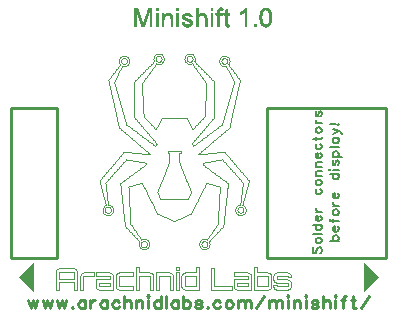
<source format=gto>
G04 DipTrace 2.3.1.0*
%INminishift_TopSilk.gto*%
%MOIN*%
%ADD10C,0.0098*%
%ADD12C,0.003*%
%ADD28C,0.004*%
%ADD51C,0.0087*%
%ADD52C,0.0066*%
%FSLAX44Y44*%
G04*
G70*
G90*
G75*
G01*
%LNTopSilk*%
%LPD*%
X5486Y7736D2*
D10*
X3951D1*
Y12736D1*
X5486D1*
Y7736D1*
X16463Y12736D2*
X12486D1*
Y7736D1*
X16463D1*
Y12736D1*
X8874Y14546D2*
D28*
X8841Y14543D1*
X8809Y14533D1*
X8779Y14517D1*
X8752Y14496D1*
X8731Y14469D1*
X8715Y14439D1*
X8705Y14407D1*
X8701Y14373D1*
X8704Y14343D1*
X8712Y14314D1*
X8725Y14287D1*
X8700Y14263D1*
X8677Y14239D1*
X8653Y14214D1*
X8628Y14190D1*
X8605Y14165D1*
X8580Y14141D1*
X8556Y14117D1*
X8533Y14092D1*
X8508Y14068D1*
X8484Y14043D1*
X8460Y14019D1*
X8436Y13995D1*
X8412Y13971D1*
X8388Y13947D1*
X8364Y13922D1*
X8340Y13898D1*
X8316Y13873D1*
X8292Y13849D1*
X8268Y13825D1*
X8243Y13800D1*
X8220Y13776D1*
X8196Y13751D1*
X8171Y13727D1*
X8148Y13703D1*
X8123Y13678D1*
X8099Y13654D1*
X8076Y13629D1*
X8051Y13605D1*
Y13570D1*
Y13537D1*
Y13502D1*
Y13467D1*
Y13433D1*
Y13398D1*
Y13364D1*
Y13330D1*
Y13295D1*
Y13260D1*
Y13226D1*
Y13191D1*
Y13157D1*
Y13123D1*
Y13088D1*
Y13053D1*
Y13019D1*
Y12985D1*
Y12950D1*
Y12916D1*
Y12881D1*
Y12846D1*
Y12812D1*
Y12778D1*
Y12743D1*
Y12709D1*
Y12674D1*
Y12639D1*
Y12605D1*
Y12571D1*
Y12536D1*
Y12502D1*
Y12467D1*
Y12432D1*
X8073Y12406D1*
X8096Y12380D1*
X8118Y12354D1*
X8141Y12328D1*
X8163Y12302D1*
X8185Y12277D1*
X8207Y12250D1*
X8229Y12224D1*
X8252Y12198D1*
X8274Y12172D1*
X8296Y12146D1*
X8319Y12120D1*
X8341Y12093D1*
X8363Y12067D1*
X8385Y12041D1*
X8407Y12015D1*
X8430Y11989D1*
X8452Y11963D1*
X8475Y11937D1*
X8497Y11911D1*
X8519Y11885D1*
X8541Y11859D1*
X8563Y11833D1*
X8586Y11807D1*
X8608Y11781D1*
X8631Y11755D1*
X8653Y11728D1*
X8675Y11702D1*
X8697Y11676D1*
X8719Y11650D1*
X8742Y11624D1*
X8764Y11598D1*
X8786Y11571D1*
X8809Y11545D1*
X8791Y11519D1*
X8774Y11492D1*
X8757Y11465D1*
X8729Y11486D1*
X8700Y11508D1*
X8672Y11528D1*
X8644Y11549D1*
X8616Y11571D1*
X8588Y11592D1*
X8560Y11612D1*
X8532Y11634D1*
X8504Y11655D1*
X8475Y11676D1*
X8447Y11697D1*
X8420Y11718D1*
X8392Y11739D1*
X8363Y11760D1*
X8335Y11781D1*
X8307Y11802D1*
X8279Y11823D1*
X8250Y11844D1*
X8223Y11866D1*
X8195Y11886D1*
X8167Y11907D1*
X8138Y11929D1*
X8110Y11950D1*
X8082Y11971D1*
X8055Y11992D1*
X8026Y12013D1*
X7998Y12034D1*
X7970Y12055D1*
X7942Y12076D1*
X7913Y12097D1*
X7885Y12118D1*
X7858Y12140D1*
X7830Y12160D1*
X7801Y12181D1*
X7792Y12215D1*
X7782Y12248D1*
X7772Y12281D1*
X7763Y12314D1*
X7753Y12348D1*
X7744Y12381D1*
X7735Y12414D1*
X7725Y12448D1*
X7716Y12481D1*
X7706Y12514D1*
X7696Y12548D1*
X7687Y12581D1*
X7677Y12614D1*
X7668Y12648D1*
X7659Y12681D1*
X7648Y12714D1*
X7639Y12748D1*
X7630Y12781D1*
X7620Y12814D1*
X7611Y12848D1*
X7601Y12881D1*
X7591Y12914D1*
X7582Y12948D1*
X7572Y12981D1*
X7563Y13014D1*
X7554Y13048D1*
X7544Y13081D1*
X7534Y13114D1*
X7525Y13148D1*
X7515Y13181D1*
X7506Y13214D1*
X7496Y13248D1*
X7487Y13281D1*
X7477Y13314D1*
X7467Y13348D1*
X7458Y13381D1*
X7449Y13414D1*
X7439Y13448D1*
X7430Y13481D1*
X7420Y13514D1*
X7410Y13548D1*
X7401Y13581D1*
X7391Y13614D1*
X7408Y13644D1*
X7423Y13675D1*
X7440Y13706D1*
X7456Y13736D1*
X7472Y13767D1*
X7489Y13798D1*
X7504Y13828D1*
X7521Y13859D1*
X7536Y13890D1*
X7553Y13921D1*
X7568Y13951D1*
X7585Y13982D1*
X7601Y14013D1*
X7617Y14043D1*
X7634Y14074D1*
X7649Y14105D1*
X7666Y14135D1*
X7692Y14128D1*
X7718Y14126D1*
X7752Y14130D1*
X7785Y14139D1*
X7815Y14156D1*
X7841Y14177D1*
X7862Y14203D1*
X7877Y14233D1*
X7888Y14266D1*
X7891Y14299D1*
X7888Y14333D1*
X7877Y14365D1*
X7862Y14395D1*
X7841Y14422D1*
X7815Y14443D1*
X7785Y14459D1*
X7752Y14469D1*
X7718Y14472D1*
X7685Y14469D1*
X7652Y14459D1*
X7623Y14443D1*
X7596Y14422D1*
X7575Y14395D1*
X7559Y14365D1*
X7549Y14333D1*
X7546Y14299D1*
X7548Y14268D1*
X7558Y14237D1*
X7572Y14209D1*
X7590Y14183D1*
X7570Y14157D1*
X7550Y14129D1*
X7529Y14102D1*
X7508Y14074D1*
X7487Y14046D1*
X7467Y14020D1*
X7446Y13992D1*
X7425Y13965D1*
X7405Y13937D1*
X7384Y13910D1*
X7363Y13883D1*
X7342Y13855D1*
X7322Y13828D1*
X7301Y13800D1*
X7280Y13773D1*
X7260Y13746D1*
X7238Y13718D1*
X7218Y13691D1*
X7198Y13663D1*
X7205Y13630D1*
X7213Y13596D1*
X7220Y13562D1*
X7228Y13529D1*
X7235Y13495D1*
X7242Y13461D1*
X7250Y13428D1*
X7258Y13394D1*
X7265Y13360D1*
X7273Y13326D1*
X7281Y13293D1*
X7288Y13259D1*
X7296Y13225D1*
X7303Y13192D1*
X7311Y13158D1*
X7318Y13124D1*
X7325Y13090D1*
X7333Y13056D1*
X7341Y13023D1*
X7348Y12990D1*
X7356Y12956D1*
X7363Y12922D1*
X7371Y12888D1*
X7379Y12854D1*
X7386Y12820D1*
X7394Y12787D1*
X7402Y12753D1*
X7409Y12720D1*
X7416Y12686D1*
X7423Y12652D1*
X7431Y12618D1*
X7439Y12585D1*
X7446Y12551D1*
X7454Y12517D1*
X7462Y12483D1*
X7469Y12450D1*
X7477Y12416D1*
X7485Y12383D1*
X7492Y12349D1*
X7500Y12315D1*
X7507Y12281D1*
X7514Y12247D1*
X7522Y12214D1*
X7529Y12181D1*
X7537Y12147D1*
X7545Y12113D1*
X7552Y12079D1*
X7579Y12056D1*
X7605Y12034D1*
X7632Y12011D1*
X7659Y11988D1*
X7685Y11966D1*
X7711Y11944D1*
X7738Y11921D1*
X7764Y11898D1*
X7791Y11876D1*
X7817Y11853D1*
X7844Y11830D1*
X7870Y11807D1*
X7897Y11785D1*
X7924Y11763D1*
X7949Y11740D1*
X7976Y11717D1*
X8003Y11695D1*
X8029Y11672D1*
X8056Y11649D1*
X8082Y11627D1*
X8109Y11604D1*
X8135Y11582D1*
X8162Y11559D1*
X8189Y11537D1*
X8214Y11514D1*
X8241Y11491D1*
X8268Y11469D1*
X8294Y11446D1*
X8321Y11423D1*
X8348Y11401D1*
X8374Y11379D1*
X8400Y11356D1*
X8427Y11333D1*
X8453Y11310D1*
X8480Y11288D1*
X8506Y11265D1*
X8533Y11242D1*
X8559Y11220D1*
X8586Y11198D1*
X8578Y11187D1*
X8544Y11190D1*
X8510Y11194D1*
X8475Y11197D1*
X8442Y11201D1*
X8407Y11205D1*
X8374Y11208D1*
X8339Y11212D1*
X8305Y11215D1*
X8271Y11219D1*
X8237Y11222D1*
X8203Y11226D1*
X8169Y11229D1*
X8134Y11233D1*
X8101Y11236D1*
X8066Y11240D1*
X8033Y11243D1*
X7998Y11247D1*
X7964Y11251D1*
X7930Y11254D1*
X7896Y11258D1*
X7862Y11261D1*
X7828Y11265D1*
X7793Y11268D1*
X7759Y11272D1*
X7725Y11275D1*
X7703Y11249D1*
X7680Y11223D1*
X7657Y11196D1*
X7634Y11170D1*
X7612Y11143D1*
X7589Y11116D1*
X7566Y11091D1*
X7543Y11064D1*
X7521Y11037D1*
X7498Y11010D1*
X7475Y10984D1*
X7452Y10958D1*
X7430Y10931D1*
X7407Y10905D1*
X7384Y10878D1*
X7362Y10851D1*
X7339Y10825D1*
X7316Y10799D1*
X7293Y10772D1*
X7271Y10746D1*
X7248Y10719D1*
X7225Y10692D1*
X7202Y10666D1*
X7180Y10640D1*
X7157Y10613D1*
X7134Y10587D1*
X7112Y10560D1*
X7089Y10533D1*
X7066Y10507D1*
X7043Y10481D1*
X7021Y10454D1*
X6997Y10427D1*
X6974Y10401D1*
X6952Y10374D1*
X6929Y10348D1*
X6906Y10322D1*
X6908Y10289D1*
X6910Y10256D1*
X6919Y10223D1*
X6928Y10190D1*
X6937Y10158D1*
X6946Y10125D1*
X6955Y10092D1*
X6964Y10059D1*
X6973Y10026D1*
X6982Y9993D1*
X6991Y9960D1*
X7000Y9927D1*
X7009Y9894D1*
X7018Y9861D1*
X7027Y9828D1*
X7036Y9795D1*
X7045Y9762D1*
X7054Y9729D1*
X7063Y9696D1*
X7072Y9663D1*
X7081Y9630D1*
X7090Y9597D1*
X7099Y9565D1*
X7108Y9531D1*
X7117Y9498D1*
X7086Y9483D1*
X7060Y9461D1*
X7037Y9435D1*
X7021Y9405D1*
X7010Y9372D1*
X7006Y9337D1*
X7010Y9303D1*
X7020Y9271D1*
X7036Y9241D1*
X7057Y9215D1*
X7084Y9194D1*
X7114Y9177D1*
X7146Y9168D1*
X7180Y9165D1*
X7213Y9168D1*
X7246Y9177D1*
X7276Y9194D1*
X7302Y9215D1*
X7324Y9241D1*
X7340Y9271D1*
X7350Y9304D1*
X7353Y9337D1*
X7350Y9370D1*
X7340Y9402D1*
X7325Y9431D1*
X7305Y9456D1*
X7280Y9477D1*
X7252Y9494D1*
X7221Y9505D1*
X7188Y9509D1*
X7184Y9543D1*
X7180Y9576D1*
X7177Y9610D1*
X7173Y9643D1*
X7169Y9677D1*
X7165Y9711D1*
X7161Y9744D1*
X7156Y9778D1*
X7152Y9812D1*
X7148Y9845D1*
X7144Y9879D1*
X7141Y9912D1*
X7137Y9945D1*
X7133Y9979D1*
X7129Y10012D1*
X7125Y10046D1*
X7120Y10080D1*
X7116Y10113D1*
X7112Y10147D1*
X7108Y10181D1*
X7104Y10214D1*
X7101Y10248D1*
X7123Y10274D1*
X7147Y10299D1*
X7170Y10325D1*
X7193Y10351D1*
X7216Y10377D1*
X7239Y10403D1*
X7262Y10428D1*
X7286Y10454D1*
X7308Y10480D1*
X7332Y10506D1*
X7355Y10531D1*
X7378Y10557D1*
X7401Y10583D1*
X7424Y10609D1*
X7447Y10634D1*
X7470Y10660D1*
X7493Y10686D1*
X7516Y10712D1*
X7539Y10738D1*
X7562Y10763D1*
X7586Y10789D1*
X7608Y10815D1*
X7632Y10841D1*
X7655Y10866D1*
X7678Y10892D1*
X7701Y10918D1*
X7724Y10944D1*
X7747Y10969D1*
X7771Y10995D1*
X7793Y11021D1*
X7828Y11015D1*
X7862Y11009D1*
X7896Y11002D1*
X7931Y10996D1*
X7965Y10990D1*
X7999Y10984D1*
X8033Y10978D1*
X8068Y10972D1*
X8102Y10965D1*
X8136Y10959D1*
X8171Y10953D1*
X8205Y10946D1*
X8239Y10940D1*
X8273Y10934D1*
X8308Y10928D1*
X8342Y10922D1*
X8376Y10916D1*
X8410Y10909D1*
X8445Y10903D1*
X8439Y10873D1*
X8432Y10842D1*
X8405Y10821D1*
X8377Y10800D1*
X8349Y10780D1*
X8321Y10759D1*
X8293Y10738D1*
X8265Y10717D1*
X8237Y10697D1*
X8209Y10677D1*
X8181Y10656D1*
X8153Y10635D1*
X8126Y10614D1*
X8098Y10594D1*
X8069Y10573D1*
X8042Y10552D1*
X8014Y10532D1*
X7986Y10511D1*
X7958Y10491D1*
X7930Y10470D1*
X7902Y10449D1*
X7874Y10429D1*
X7847Y10408D1*
X7819Y10388D1*
X7790Y10366D1*
X7763Y10346D1*
X7735Y10326D1*
X7707Y10305D1*
X7679Y10284D1*
X7651Y10263D1*
X7623Y10243D1*
X7595Y10222D1*
X7599Y10187D1*
X7603Y10152D1*
X7607Y10118D1*
X7611Y10082D1*
X7615Y10048D1*
X7618Y10013D1*
X7622Y9978D1*
X7626Y9943D1*
X7630Y9908D1*
X7634Y9873D1*
X7637Y9838D1*
X7641Y9804D1*
X7645Y9768D1*
X7649Y9734D1*
X7653Y9699D1*
X7657Y9664D1*
X7660Y9629D1*
X7664Y9594D1*
X7668Y9559D1*
X7672Y9524D1*
X7676Y9490D1*
X7680Y9454D1*
X7684Y9420D1*
X7688Y9385D1*
X7692Y9350D1*
X7695Y9315D1*
X7699Y9280D1*
X7703Y9246D1*
X7706Y9210D1*
X7710Y9176D1*
X7714Y9141D1*
X7718Y9106D1*
X7722Y9071D1*
X7726Y9036D1*
X7730Y9001D1*
X7734Y8966D1*
X7737Y8932D1*
X7741Y8896D1*
X7745Y8862D1*
X7749Y8827D1*
X7753Y8792D1*
X7777Y8766D1*
X7801Y8741D1*
X7826Y8716D1*
X7849Y8691D1*
X7873Y8665D1*
X7898Y8640D1*
X7922Y8615D1*
X7946Y8589D1*
X7971Y8563D1*
X7995Y8538D1*
X8019Y8513D1*
X8043Y8488D1*
X8067Y8463D1*
X8091Y8437D1*
X8116Y8412D1*
X8140Y8386D1*
X8164Y8361D1*
X8188Y8336D1*
X8212Y8310D1*
X8236Y8285D1*
X8222Y8257D1*
X8213Y8227D1*
X8210Y8194D1*
X8214Y8161D1*
X8223Y8128D1*
X8239Y8098D1*
X8261Y8072D1*
X8287Y8051D1*
X8317Y8035D1*
X8349Y8025D1*
X8383Y8022D1*
X8417Y8025D1*
X8450Y8035D1*
X8479Y8051D1*
X8505Y8072D1*
X8527Y8098D1*
X8543Y8128D1*
X8553Y8161D1*
X8556Y8194D1*
X8553Y8228D1*
X8543Y8260D1*
X8527Y8290D1*
X8505Y8316D1*
X8479Y8338D1*
X8449Y8353D1*
X8417Y8364D1*
X8383Y8367D1*
X8354Y8364D1*
X8326Y8356D1*
X8299Y8345D1*
X8280Y8372D1*
X8261Y8400D1*
X8242Y8428D1*
X8223Y8456D1*
X8203Y8483D1*
X8185Y8512D1*
X8165Y8539D1*
X8146Y8567D1*
X8127Y8595D1*
X8108Y8622D1*
X8089Y8650D1*
X8069Y8678D1*
X8051Y8706D1*
X8032Y8733D1*
X8012Y8761D1*
X7993Y8789D1*
X7974Y8817D1*
X7955Y8844D1*
X7935Y8873D1*
X7934Y8907D1*
X7932Y8941D1*
X7930Y8976D1*
X7928Y9010D1*
X7926Y9044D1*
X7924Y9079D1*
X7922Y9114D1*
X7920Y9147D1*
X7919Y9182D1*
X7917Y9217D1*
X7915Y9250D1*
X7913Y9285D1*
X7911Y9320D1*
X7909Y9354D1*
X7907Y9388D1*
X7906Y9423D1*
X7903Y9457D1*
X7902Y9491D1*
X7899Y9526D1*
X7898Y9561D1*
X7896Y9595D1*
X7894Y9629D1*
X7892Y9664D1*
X7890Y9698D1*
X7888Y9732D1*
X7886Y9767D1*
X7884Y9801D1*
X7883Y9836D1*
X7880Y9870D1*
X7879Y9904D1*
X7877Y9939D1*
X7875Y9973D1*
X7873Y10008D1*
X7871Y10042D1*
X7870Y10077D1*
X7867Y10111D1*
X7899Y10120D1*
X7931Y10129D1*
X7964Y10137D1*
X7996Y10146D1*
X8028Y10155D1*
X8059Y10164D1*
X8091Y10173D1*
X8123Y10182D1*
X8156Y10190D1*
X8188Y10199D1*
X8220Y10208D1*
X8252Y10217D1*
X8284Y10226D1*
X8316Y10234D1*
X8331Y10204D1*
X8347Y10172D1*
X8363Y10141D1*
X8378Y10111D1*
X8393Y10079D1*
X8409Y10049D1*
X8424Y10017D1*
X8440Y9986D1*
X8456Y9955D1*
X8471Y9924D1*
X8486Y9893D1*
X8502Y9862D1*
X8518Y9831D1*
X8533Y9800D1*
X8549Y9769D1*
X8564Y9738D1*
X8580Y9707D1*
X8595Y9676D1*
X8611Y9645D1*
X8627Y9614D1*
X8642Y9583D1*
X8657Y9552D1*
X8673Y9521D1*
X8689Y9490D1*
X8704Y9459D1*
X8719Y9428D1*
X8735Y9397D1*
X8751Y9366D1*
X8766Y9335D1*
X8782Y9304D1*
X8797Y9273D1*
X8813Y9242D1*
X8828Y9210D1*
X8860Y9197D1*
X8891Y9183D1*
X8922Y9169D1*
X8954Y9155D1*
X8985Y9142D1*
X9016Y9128D1*
X9047Y9114D1*
X9078Y9100D1*
X9110Y9086D1*
X9141Y9073D1*
X9172Y9058D1*
X9204Y9044D1*
X9235Y9031D1*
X9266Y9017D1*
X9298Y9003D1*
X9329Y8989D1*
X9360Y8976D1*
X9391Y8962D1*
X9422Y8976D1*
X9454Y8989D1*
X9485Y9003D1*
X9516Y9017D1*
X9548Y9031D1*
X9578Y9044D1*
X9610Y9058D1*
X9641Y9073D1*
X9672Y9086D1*
X9704Y9100D1*
X9734Y9114D1*
X9766Y9128D1*
X9797Y9142D1*
X9828Y9155D1*
X9860Y9169D1*
X9891Y9183D1*
X9922Y9197D1*
X9953Y9210D1*
X9969Y9242D1*
X9984Y9273D1*
X10000Y9304D1*
X10016Y9335D1*
X10031Y9365D1*
X10046Y9397D1*
X10062Y9428D1*
X10078Y9459D1*
X10093Y9490D1*
X10108Y9521D1*
X10124Y9552D1*
X10140Y9583D1*
X10155Y9614D1*
X10171Y9645D1*
X10186Y9676D1*
X10202Y9707D1*
X10217Y9738D1*
X10233Y9769D1*
X10249Y9800D1*
X10263Y9831D1*
X10279Y9862D1*
X10295Y9893D1*
X10310Y9924D1*
X10326Y9955D1*
X10342Y9986D1*
X10357Y10017D1*
X10372Y10049D1*
X10388Y10079D1*
X10404Y10110D1*
X10419Y10141D1*
X10434Y10172D1*
X10450Y10204D1*
X10466Y10234D1*
X10349Y10843D2*
X10343Y10873D1*
X10337Y10903D1*
X10371Y10909D1*
X10405Y10916D1*
X10440Y10922D1*
X10474Y10928D1*
X10508Y10934D1*
X10543Y10940D1*
X10577Y10946D1*
X10612Y10953D1*
X10646Y10959D1*
X10680Y10965D1*
X10714Y10972D1*
X10749Y10978D1*
X10783Y10984D1*
X10818Y10990D1*
X10852Y10996D1*
X10886Y11002D1*
X10920Y11009D1*
X10955Y11015D1*
X10989Y11021D1*
X11012Y10995D1*
X11036Y10969D1*
X11058Y10944D1*
X11082Y10918D1*
X11105Y10892D1*
X11128Y10866D1*
X11151Y10840D1*
X11174Y10815D1*
X11197Y10789D1*
X11220Y10763D1*
X11243Y10737D1*
X11266Y10712D1*
X11290Y10686D1*
X11312Y10660D1*
X11336Y10634D1*
X11359Y10609D1*
X11382Y10583D1*
X11405Y10557D1*
X11428Y10531D1*
X11451Y10506D1*
X11475Y10480D1*
X11497Y10454D1*
X11521Y10428D1*
X11544Y10403D1*
X11567Y10377D1*
X11590Y10351D1*
X11613Y10325D1*
X11636Y10299D1*
X11659Y10274D1*
X11682Y10248D1*
X11678Y10214D1*
X11674Y10181D1*
X11671Y10147D1*
X11666Y10113D1*
X11662Y10080D1*
X11658Y10046D1*
X11654Y10012D1*
X11650Y9979D1*
X11646Y9945D1*
X11642Y9912D1*
X11638Y9879D1*
X11634Y9845D1*
X11630Y9812D1*
X11626Y9778D1*
X11622Y9744D1*
X11618Y9711D1*
X11614Y9677D1*
X11610Y9643D1*
X11606Y9610D1*
X11602Y9576D1*
X11598Y9543D1*
X11594Y9509D1*
X11562Y9505D1*
X11531Y9494D1*
X11502Y9478D1*
X11478Y9456D1*
X11457Y9431D1*
X11442Y9402D1*
X11433Y9370D1*
X11430Y9337D1*
X11433Y9304D1*
X11443Y9271D1*
X11459Y9241D1*
X11481Y9215D1*
X11507Y9194D1*
X11536Y9177D1*
X11569Y9168D1*
X11603Y9165D1*
X11637Y9168D1*
X11669Y9177D1*
X11699Y9194D1*
X11725Y9215D1*
X11746Y9242D1*
X11762Y9272D1*
X11772Y9304D1*
X11775Y9337D1*
X11772Y9372D1*
X11761Y9405D1*
X11745Y9435D1*
X11723Y9461D1*
X11696Y9483D1*
X11666Y9498D1*
X11674Y9531D1*
X11684Y9565D1*
X11692Y9597D1*
X11702Y9630D1*
X11710Y9663D1*
X11720Y9696D1*
X11729Y9729D1*
X11738Y9762D1*
X11747Y9795D1*
X11756Y9828D1*
X11765Y9860D1*
X11774Y9893D1*
X11783Y9927D1*
X11792Y9960D1*
X11801Y9993D1*
X11810Y10026D1*
X11819Y10059D1*
X11828Y10092D1*
X11837Y10125D1*
X11846Y10158D1*
X11855Y10190D1*
X11864Y10223D1*
X11873Y10256D1*
X11874Y10289D1*
X11876Y10322D1*
X11853Y10348D1*
X11830Y10374D1*
X11808Y10401D1*
X11785Y10428D1*
X11762Y10454D1*
X11740Y10481D1*
X11717Y10507D1*
X11694Y10533D1*
X11671Y10560D1*
X11649Y10587D1*
X11626Y10613D1*
X11603Y10640D1*
X11580Y10666D1*
X11558Y10692D1*
X11535Y10719D1*
X11512Y10746D1*
X11489Y10772D1*
X11467Y10799D1*
X11444Y10825D1*
X11421Y10851D1*
X11399Y10878D1*
X11376Y10905D1*
X11353Y10931D1*
X11330Y10958D1*
X11308Y10984D1*
X11285Y11010D1*
X11262Y11037D1*
X11239Y11064D1*
X11217Y11091D1*
X11194Y11116D1*
X11171Y11143D1*
X11148Y11170D1*
X11126Y11196D1*
X11103Y11223D1*
X11080Y11249D1*
X11058Y11275D1*
X11023Y11272D1*
X10989Y11268D1*
X10955Y11265D1*
X10921Y11261D1*
X10887Y11258D1*
X10852Y11254D1*
X10818Y11251D1*
X10784Y11247D1*
X10750Y11243D1*
X10716Y11240D1*
X10681Y11236D1*
X10648Y11233D1*
X10613Y11229D1*
X10579Y11226D1*
X10545Y11222D1*
X10511Y11219D1*
X10477Y11215D1*
X10442Y11212D1*
X10408Y11208D1*
X10374Y11205D1*
X10340Y11201D1*
X10306Y11198D1*
X10272Y11194D1*
X10238Y11190D1*
X10203Y11187D1*
X10197Y11198D1*
X10223Y11220D1*
X10250Y11242D1*
X10276Y11265D1*
X10303Y11288D1*
X10329Y11311D1*
X10356Y11333D1*
X10383Y11356D1*
X10408Y11379D1*
X10435Y11401D1*
X10462Y11423D1*
X10488Y11446D1*
X10515Y11469D1*
X10541Y11491D1*
X10568Y11514D1*
X10594Y11537D1*
X10621Y11559D1*
X10648Y11582D1*
X10673Y11604D1*
X10700Y11627D1*
X10727Y11649D1*
X10753Y11672D1*
X10780Y11695D1*
X10807Y11717D1*
X10833Y11740D1*
X10859Y11763D1*
X10886Y11785D1*
X10913Y11807D1*
X10939Y11830D1*
X10965Y11853D1*
X10992Y11876D1*
X11018Y11898D1*
X11045Y11921D1*
X11072Y11944D1*
X11098Y11966D1*
X11124Y11988D1*
X11151Y12011D1*
X11177Y12034D1*
X11204Y12056D1*
X11231Y12079D1*
X11238Y12113D1*
X11246Y12147D1*
X11253Y12181D1*
X11261Y12214D1*
X11268Y12247D1*
X11275Y12281D1*
X11283Y12315D1*
X11291Y12349D1*
X11298Y12383D1*
X11306Y12416D1*
X11314Y12450D1*
X11321Y12483D1*
X11329Y12517D1*
X11336Y12551D1*
X11344Y12585D1*
X11351Y12619D1*
X11359Y12652D1*
X11366Y12686D1*
X11374Y12720D1*
X11381Y12753D1*
X11389Y12787D1*
X11396Y12821D1*
X11404Y12854D1*
X11412Y12888D1*
X11419Y12922D1*
X11427Y12956D1*
X11435Y12990D1*
X11442Y13023D1*
X11449Y13056D1*
X11457Y13090D1*
X11464Y13124D1*
X11472Y13158D1*
X11479Y13192D1*
X11487Y13225D1*
X11495Y13259D1*
X11502Y13293D1*
X11510Y13326D1*
X11518Y13360D1*
X11525Y13394D1*
X11533Y13428D1*
X11540Y13461D1*
X11547Y13495D1*
X11555Y13529D1*
X11562Y13562D1*
X11570Y13596D1*
X11578Y13630D1*
X11585Y13663D1*
X11565Y13691D1*
X11544Y13718D1*
X11523Y13746D1*
X11503Y13773D1*
X11482Y13800D1*
X11461Y13828D1*
X11440Y13855D1*
X11420Y13883D1*
X11399Y13910D1*
X11378Y13937D1*
X11358Y13965D1*
X11337Y13992D1*
X11316Y14020D1*
X11295Y14046D1*
X11275Y14074D1*
X11254Y14102D1*
X11233Y14129D1*
X11213Y14157D1*
X11192Y14183D1*
X11211Y14209D1*
X11225Y14237D1*
X11234Y14268D1*
X11237Y14299D1*
X11234Y14333D1*
X11224Y14365D1*
X11208Y14395D1*
X11186Y14422D1*
X11160Y14443D1*
X11130Y14460D1*
X11098Y14469D1*
X11064Y14472D1*
X11030Y14469D1*
X10998Y14459D1*
X10968Y14443D1*
X10942Y14422D1*
X10921Y14395D1*
X10905Y14365D1*
X10895Y14333D1*
X10892Y14299D1*
X10895Y14266D1*
X10905Y14233D1*
X10921Y14203D1*
X10942Y14177D1*
X10968Y14156D1*
X10998Y14139D1*
X11030Y14130D1*
X11064Y14127D1*
X11090Y14129D1*
X11117Y14135D1*
X11133Y14105D1*
X11149Y14074D1*
X11166Y14043D1*
X11181Y14013D1*
X11198Y13982D1*
X11214Y13951D1*
X11230Y13921D1*
X11246Y13890D1*
X11262Y13859D1*
X11279Y13828D1*
X11294Y13798D1*
X11311Y13767D1*
X11326Y13736D1*
X11343Y13706D1*
X11359Y13675D1*
X11375Y13644D1*
X11391Y13614D1*
X11382Y13581D1*
X11373Y13548D1*
X11362Y13514D1*
X11353Y13481D1*
X11344Y13448D1*
X11334Y13415D1*
X11325Y13381D1*
X11315Y13348D1*
X11305Y13315D1*
X11296Y13281D1*
X11286Y13248D1*
X11277Y13215D1*
X11268Y13181D1*
X11258Y13148D1*
X11248Y13115D1*
X11239Y13081D1*
X11229Y13048D1*
X11220Y13015D1*
X11210Y12981D1*
X11201Y12948D1*
X11191Y12915D1*
X11181Y12881D1*
X11172Y12848D1*
X11163Y12815D1*
X11153Y12781D1*
X11144Y12748D1*
X11134Y12715D1*
X11124Y12681D1*
X11115Y12648D1*
X11105Y12615D1*
X11096Y12581D1*
X11087Y12548D1*
X11076Y12515D1*
X11067Y12481D1*
X11058Y12448D1*
X11048Y12415D1*
X11039Y12381D1*
X11029Y12348D1*
X11020Y12315D1*
X11010Y12281D1*
X11000Y12248D1*
X10991Y12215D1*
X10981Y12181D1*
X10953Y12161D1*
X10925Y12140D1*
X10897Y12118D1*
X10869Y12097D1*
X10840Y12076D1*
X10813Y12055D1*
X10785Y12034D1*
X10757Y12013D1*
X10728Y11992D1*
X10700Y11971D1*
X10672Y11950D1*
X10644Y11929D1*
X10615Y11907D1*
X10587Y11886D1*
X10560Y11866D1*
X10532Y11844D1*
X10503Y11823D1*
X10475Y11802D1*
X10447Y11781D1*
X10419Y11760D1*
X10390Y11739D1*
X10362Y11718D1*
X10335Y11697D1*
X10307Y11676D1*
X10278Y11655D1*
X10250Y11634D1*
X10222Y11613D1*
X10194Y11592D1*
X10165Y11571D1*
X10137Y11549D1*
X10109Y11528D1*
X10081Y11508D1*
X10053Y11486D1*
X10025Y11465D1*
X10008Y11492D1*
X9991Y11519D1*
X9974Y11545D1*
X9996Y11571D1*
X10019Y11598D1*
X10041Y11624D1*
X10064Y11650D1*
X10086Y11676D1*
X10107Y11702D1*
X10130Y11728D1*
X10152Y11755D1*
X10175Y11781D1*
X10197Y11807D1*
X10219Y11833D1*
X10242Y11859D1*
X10263Y11885D1*
X10286Y11911D1*
X10308Y11937D1*
X10331Y11963D1*
X10353Y11989D1*
X10375Y12015D1*
X10398Y12041D1*
X10419Y12067D1*
X10442Y12093D1*
X10464Y12120D1*
X10486Y12146D1*
X10509Y12172D1*
X10531Y12198D1*
X10553Y12224D1*
X10575Y12250D1*
X10597Y12277D1*
X10620Y12302D1*
X10642Y12328D1*
X10665Y12354D1*
X10687Y12380D1*
X10709Y12406D1*
X10731Y12432D1*
Y12467D1*
Y12502D1*
Y12536D1*
Y12571D1*
Y12605D1*
Y12639D1*
Y12674D1*
Y12709D1*
Y12743D1*
Y12778D1*
Y12812D1*
Y12846D1*
Y12881D1*
Y12916D1*
Y12950D1*
Y12985D1*
Y13019D1*
Y13053D1*
Y13088D1*
Y13123D1*
Y13157D1*
Y13191D1*
Y13226D1*
Y13260D1*
Y13295D1*
Y13330D1*
Y13364D1*
Y13398D1*
Y13433D1*
Y13467D1*
Y13502D1*
Y13537D1*
Y13570D1*
Y13605D1*
X10707Y13629D1*
X10683Y13654D1*
X10659Y13678D1*
X10635Y13703D1*
X10611Y13727D1*
X10587Y13751D1*
X10563Y13776D1*
X10539Y13800D1*
X10515Y13825D1*
X10491Y13849D1*
X10466Y13873D1*
X10443Y13898D1*
X10419Y13922D1*
X10394Y13947D1*
X10371Y13971D1*
X10347Y13995D1*
X10322Y14019D1*
X10299Y14043D1*
X10274Y14068D1*
X10250Y14092D1*
X10227Y14117D1*
X10202Y14141D1*
X10178Y14165D1*
X10155Y14190D1*
X10130Y14214D1*
X10106Y14239D1*
X10082Y14263D1*
X10058Y14287D1*
X10071Y14314D1*
X10078Y14343D1*
X10081Y14373D1*
X10078Y14407D1*
X10068Y14439D1*
X10052Y14469D1*
X10031Y14496D1*
X10004Y14517D1*
X9974Y14533D1*
X9942Y14543D1*
X9908Y14546D1*
X9875Y14543D1*
X9842Y14533D1*
X9812Y14517D1*
X9786Y14495D1*
X9765Y14469D1*
X9749Y14439D1*
X9740Y14407D1*
X9736Y14373D1*
X9740Y14339D1*
X9749Y14307D1*
X9765Y14277D1*
X9786Y14251D1*
X9813Y14229D1*
X9843Y14213D1*
X9875Y14204D1*
X9908Y14200D1*
X9935Y14202D1*
X9961Y14209D1*
X9985Y14219D1*
X10006Y14191D1*
X10025Y14163D1*
X10046Y14135D1*
X10066Y14107D1*
X10086Y14079D1*
X10106Y14051D1*
X10126Y14023D1*
X10146Y13995D1*
X10165Y13967D1*
X10186Y13939D1*
X10206Y13911D1*
X10226Y13884D1*
X10246Y13855D1*
X10266Y13828D1*
X10286Y13799D1*
X10307Y13772D1*
X10326Y13743D1*
X10347Y13716D1*
X10366Y13688D1*
X10387Y13660D1*
X10407Y13632D1*
X10427Y13603D1*
X10447Y13576D1*
X10466Y13548D1*
X10465Y13513D1*
X10463Y13477D1*
X10461Y13442D1*
X10459Y13407D1*
X10458Y13372D1*
X10456Y13337D1*
X10454Y13302D1*
X10452Y13267D1*
X10450Y13231D1*
X10448Y13197D1*
X10446Y13161D1*
X10445Y13126D1*
X10443Y13091D1*
X10441Y13056D1*
X10439Y13020D1*
X10437Y12986D1*
X10435Y12950D1*
X10434Y12915D1*
X10432Y12880D1*
X10430Y12845D1*
X10428Y12809D1*
X10427Y12775D1*
X10424Y12739D1*
X10423Y12704D1*
X10420Y12669D1*
X10419Y12634D1*
X10417Y12598D1*
X10415Y12564D1*
X10413Y12528D1*
X10412Y12493D1*
X10409Y12458D1*
X10386Y12432D1*
X10361Y12406D1*
X10338Y12381D1*
X10314Y12355D1*
X10290Y12330D1*
X10266Y12304D1*
X10242Y12278D1*
X10218Y12253D1*
X10194Y12227D1*
X10170Y12202D1*
X10147Y12176D1*
X10122Y12150D1*
X10099Y12125D1*
X10075Y12099D1*
X10051Y12073D1*
X10027Y12047D1*
X10003Y12022D1*
X9987Y12051D1*
X9970Y12081D1*
X9955Y12111D1*
X9938Y12141D1*
X9922Y12171D1*
X9906Y12201D1*
X9890Y12231D1*
X9874Y12262D1*
X9857Y12291D1*
X9841Y12321D1*
X9825Y12351D1*
X9809Y12381D1*
X9808Y12387D1*
X9774D1*
X9738D1*
X9704D1*
X9669D1*
X9635D1*
X9600D1*
X9566D1*
X9531D1*
X9496D1*
X9462D1*
X9427D1*
X9393D1*
X9358D1*
X9323D1*
X9288D1*
X9254D1*
X9219D1*
X9185D1*
X9150D1*
X9115D1*
X9081D1*
X9046D1*
X9012D1*
X8977D1*
X8961Y12357D1*
X8944Y12326D1*
X8928Y12296D1*
X8911Y12265D1*
X8895Y12235D1*
X8878Y12204D1*
X8862Y12173D1*
X8845Y12143D1*
X8829Y12112D1*
X8813Y12082D1*
X8796Y12051D1*
X8780Y12021D1*
X8756Y12047D1*
X8732Y12072D1*
X8708Y12098D1*
X8684Y12124D1*
X8660Y12149D1*
X8636Y12175D1*
X8613Y12201D1*
X8588Y12226D1*
X8565Y12252D1*
X8541Y12278D1*
X8517Y12303D1*
X8493Y12329D1*
X8469Y12355D1*
X8445Y12381D1*
X8421Y12406D1*
X8397Y12432D1*
X8373Y12458D1*
X8371Y12493D1*
X8370Y12528D1*
X8367Y12564D1*
X8366Y12598D1*
X8364Y12634D1*
X8362Y12669D1*
X8360Y12704D1*
X8359Y12739D1*
X8356Y12775D1*
X8355Y12809D1*
X8353Y12845D1*
X8351Y12880D1*
X8349Y12915D1*
X8347Y12950D1*
X8345Y12986D1*
X8344Y13020D1*
X8341Y13056D1*
X8340Y13091D1*
X8338Y13126D1*
X8336Y13161D1*
X8334Y13197D1*
X8333Y13231D1*
X8330Y13267D1*
X8329Y13302D1*
X8327Y13337D1*
X8325Y13372D1*
X8323Y13407D1*
X8321Y13442D1*
X8319Y13477D1*
X8318Y13513D1*
X8316Y13548D1*
X8336Y13576D1*
X8356Y13604D1*
X8376Y13632D1*
X8396Y13660D1*
X8416Y13688D1*
X8436Y13716D1*
X8457Y13743D1*
X8476Y13772D1*
X8497Y13799D1*
X8516Y13828D1*
X8537Y13855D1*
X8557Y13884D1*
X8577Y13911D1*
X8597Y13939D1*
X8617Y13967D1*
X8637Y13995D1*
X8657Y14024D1*
X8677Y14051D1*
X8697Y14080D1*
X8717Y14107D1*
X8737Y14135D1*
X8758Y14163D1*
X8777Y14191D1*
X8798Y14219D1*
X8822Y14209D1*
X8848Y14202D1*
X8874Y14200D1*
X8908Y14204D1*
X8940Y14213D1*
X8970Y14229D1*
X8997Y14251D1*
X9018Y14277D1*
X9034Y14307D1*
X9043Y14339D1*
X9046Y14373D1*
X9043Y14407D1*
X9034Y14439D1*
X9018Y14469D1*
X8997Y14496D1*
X8970Y14517D1*
X8940Y14533D1*
X8908Y14543D1*
X8874Y14546D1*
X10459Y10234D2*
X10492Y10226D1*
X10524Y10217D1*
X10557Y10208D1*
X10590Y10199D1*
X10622Y10190D1*
X10655Y10182D1*
X10688Y10173D1*
X10720Y10164D1*
X10753Y10155D1*
X10785Y10146D1*
X10818Y10137D1*
X10851Y10129D1*
X10883Y10120D1*
X10916Y10111D1*
X10913Y10077D1*
X10912Y10042D1*
X10909Y10008D1*
X10908Y9973D1*
X10905Y9939D1*
X10904Y9904D1*
X10902Y9870D1*
X10900Y9836D1*
X10898Y9801D1*
X10896Y9767D1*
X10894Y9732D1*
X10892Y9698D1*
X10891Y9664D1*
X10889Y9629D1*
X10887Y9595D1*
X10885Y9561D1*
X10883Y9526D1*
X10881Y9491D1*
X10880Y9457D1*
X10877Y9423D1*
X10876Y9388D1*
X10873Y9354D1*
X10872Y9320D1*
X10869Y9285D1*
X10868Y9251D1*
X10866Y9217D1*
X10864Y9182D1*
X10862Y9147D1*
X10860Y9114D1*
X10858Y9079D1*
X10856Y9044D1*
X10855Y9010D1*
X10853Y8976D1*
X10851Y8941D1*
X10849Y8907D1*
X10847Y8873D1*
X10828Y8844D1*
X10809Y8817D1*
X10789Y8789D1*
X10771Y8761D1*
X10751Y8733D1*
X10732Y8706D1*
X10713Y8678D1*
X10694Y8650D1*
X10675Y8622D1*
X10655Y8595D1*
X10637Y8567D1*
X10617Y8539D1*
X10598Y8512D1*
X10579Y8483D1*
X10560Y8456D1*
X10541Y8428D1*
X10521Y8401D1*
X10503Y8372D1*
X10483Y8345D1*
X10457Y8356D1*
X10429Y8364D1*
X10400Y8367D1*
X10366Y8364D1*
X10333Y8354D1*
X10303Y8338D1*
X10278Y8316D1*
X10256Y8290D1*
X10240Y8260D1*
X10230Y8228D1*
X10227Y8194D1*
X10230Y8161D1*
X10240Y8128D1*
X10256Y8098D1*
X10278Y8072D1*
X10303Y8051D1*
X10333Y8035D1*
X10366Y8025D1*
X10400Y8022D1*
X10434Y8025D1*
X10466Y8035D1*
X10495Y8051D1*
X10521Y8072D1*
X10543Y8099D1*
X10558Y8129D1*
X10568Y8161D1*
X10572Y8194D1*
X10568Y8227D1*
X10561Y8257D1*
X10546Y8285D1*
X10570Y8311D1*
X10594Y8336D1*
X10619Y8361D1*
X10643Y8386D1*
X10667Y8412D1*
X10691Y8438D1*
X10716Y8463D1*
X10740Y8488D1*
X10764Y8513D1*
X10788Y8538D1*
X10812Y8564D1*
X10836Y8589D1*
X10861Y8615D1*
X10885Y8640D1*
X10909Y8665D1*
X10933Y8691D1*
X10957Y8716D1*
X10981Y8741D1*
X11006Y8766D1*
X11030Y8792D1*
X11034Y8827D1*
X11038Y8862D1*
X11041Y8896D1*
X11045Y8932D1*
X11049Y8966D1*
X11053Y9001D1*
X11057Y9036D1*
X11061Y9071D1*
X11065Y9106D1*
X11069Y9141D1*
X11072Y9176D1*
X11076Y9210D1*
X11079Y9246D1*
X11083Y9280D1*
X11087Y9315D1*
X11091Y9350D1*
X11095Y9385D1*
X11099Y9420D1*
X11103Y9455D1*
X11107Y9490D1*
X11111Y9524D1*
X11115Y9560D1*
X11119Y9594D1*
X11122Y9629D1*
X11126Y9664D1*
X11130Y9699D1*
X11134Y9734D1*
X11137Y9769D1*
X11141Y9804D1*
X11145Y9838D1*
X11149Y9874D1*
X11153Y9908D1*
X11157Y9943D1*
X11160Y9978D1*
X11164Y10013D1*
X11168Y10048D1*
X11172Y10082D1*
X11176Y10118D1*
X11180Y10152D1*
X11184Y10187D1*
X11188Y10222D1*
X11159Y10243D1*
X11131Y10263D1*
X11104Y10285D1*
X11076Y10305D1*
X11047Y10326D1*
X11020Y10346D1*
X10992Y10367D1*
X10963Y10388D1*
X10936Y10408D1*
X10908Y10429D1*
X10880Y10450D1*
X10852Y10470D1*
X10824Y10491D1*
X10796Y10512D1*
X10768Y10533D1*
X10740Y10553D1*
X10713Y10573D1*
X10684Y10595D1*
X10656Y10615D1*
X10629Y10636D1*
X10601Y10657D1*
X10572Y10677D1*
X10545Y10698D1*
X10517Y10718D1*
X10488Y10740D1*
X10461Y10760D1*
X10433Y10780D1*
X10405Y10802D1*
X10377Y10822D1*
X10349Y10843D1*
X8874Y14472D2*
X8904Y14468D1*
X8932Y14453D1*
X8954Y14431D1*
X8969Y14404D1*
X8974Y14373D1*
X8969Y14342D1*
X8954Y14314D1*
X8932Y14292D1*
X8904Y14278D1*
X8874Y14273D1*
X8842Y14278D1*
X8815Y14292D1*
X8793Y14315D1*
X8779Y14342D1*
X8774Y14373D1*
X8779Y14404D1*
X8793Y14431D1*
X8815Y14453D1*
X8843Y14468D1*
X8874Y14472D1*
X9908D2*
X9939Y14468D1*
X9967Y14453D1*
X9989Y14431D1*
X10003Y14404D1*
X10009Y14373D1*
X10003Y14342D1*
X9989Y14314D1*
X9967Y14292D1*
X9939Y14278D1*
X9908Y14273D1*
X9877Y14278D1*
X9850Y14292D1*
X9828Y14315D1*
X9814Y14342D1*
X9809Y14373D1*
X9814Y14404D1*
X9828Y14431D1*
X9850Y14453D1*
X9878Y14468D1*
X9908Y14472D1*
X7718Y14398D2*
X7750Y14394D1*
X7777Y14379D1*
X7799Y14357D1*
X7813Y14330D1*
X7818Y14299D1*
X7813Y14268D1*
X7799Y14241D1*
X7777Y14219D1*
X7750Y14205D1*
X7718Y14200D1*
X7688Y14205D1*
X7660Y14219D1*
X7637Y14241D1*
X7623Y14268D1*
X7619Y14299D1*
X7623Y14330D1*
X7637Y14358D1*
X7660Y14379D1*
X7688Y14394D1*
X7718Y14398D1*
X11064D2*
X11095Y14394D1*
X11123Y14379D1*
X11145Y14358D1*
X11159Y14330D1*
X11164Y14299D1*
X11159Y14268D1*
X11145Y14241D1*
X11123Y14219D1*
X11095Y14205D1*
X11064Y14200D1*
X11033Y14205D1*
X11006Y14219D1*
X10984Y14241D1*
X10970Y14268D1*
X10965Y14299D1*
X10970Y14330D1*
X10984Y14357D1*
X11006Y14379D1*
X11033Y14394D1*
X11064Y14398D1*
X9174Y11310D2*
X9199D1*
X9224D1*
X9257D1*
X9291D1*
X9324D1*
X9358D1*
X9391D1*
X9425D1*
X9458D1*
X9492D1*
X9525D1*
X9559D1*
X9584D1*
X9608D1*
Y11281D1*
Y11253D1*
Y11224D1*
X9584D1*
X9559D1*
Y11192D1*
Y11161D1*
X9560Y11128D1*
Y11097D1*
Y11065D1*
Y11033D1*
Y11001D1*
Y10969D1*
Y10937D1*
X9573Y10905D1*
X9585Y10872D1*
X9598Y10839D1*
X9610Y10806D1*
X9624Y10773D1*
X9636Y10741D1*
X9649Y10708D1*
X9661Y10675D1*
X9675Y10643D1*
X9687Y10610D1*
X9700Y10577D1*
X9712Y10544D1*
X9725Y10511D1*
X9738Y10478D1*
X9751Y10446D1*
X9763Y10413D1*
X9776Y10381D1*
X9789Y10348D1*
X9802Y10315D1*
X9814Y10282D1*
X9827Y10249D1*
X9840Y10216D1*
X9853Y10184D1*
X9865Y10151D1*
X9878Y10118D1*
X9891Y10086D1*
X9904Y10052D1*
X9916Y10020D1*
X9929Y9987D1*
X9941Y9954D1*
X9955Y9921D1*
X9940Y9890D1*
X9926Y9858D1*
X9911Y9827D1*
X9897Y9795D1*
X9882Y9763D1*
X9868Y9731D1*
X9853Y9700D1*
X9819D1*
X9785D1*
X9751D1*
X9716D1*
X9682D1*
X9648D1*
X9614D1*
X9579D1*
X9545D1*
X9511D1*
X9476D1*
X9443D1*
X9408D1*
X9375D1*
X9340D1*
X9306D1*
X9272D1*
X9237D1*
X9203D1*
X9169D1*
X9135D1*
X9101D1*
X9066D1*
X9032D1*
X8998D1*
X8964D1*
X8929D1*
X8915Y9731D1*
X8900Y9763D1*
X8886Y9795D1*
X8872Y9827D1*
X8857Y9858D1*
X8843Y9890D1*
X8828Y9921D1*
X8841Y9954D1*
X8854Y9987D1*
X8867Y10019D1*
X8879Y10052D1*
X8892Y10086D1*
X8904Y10118D1*
X8918Y10151D1*
X8930Y10184D1*
X8943Y10216D1*
X8955Y10249D1*
X8969Y10281D1*
X8981Y10315D1*
X8994Y10348D1*
X9006Y10380D1*
X9019Y10413D1*
X9032Y10446D1*
X9045Y10478D1*
X9057Y10511D1*
X9070Y10544D1*
X9083Y10577D1*
X9095Y10610D1*
X9108Y10643D1*
X9121Y10675D1*
X9134Y10708D1*
X9146Y10740D1*
X9159Y10773D1*
X9172Y10806D1*
X9185Y10839D1*
X9197Y10872D1*
X9210Y10905D1*
X9222Y10937D1*
Y10969D1*
Y11001D1*
Y11033D1*
Y11065D1*
Y11097D1*
Y11128D1*
Y11161D1*
Y11192D1*
Y11224D1*
X9198D1*
X9174D1*
Y11253D1*
Y11281D1*
Y11310D1*
X7180Y9436D2*
X7210Y9432D1*
X7238Y9417D1*
X7260Y9396D1*
X7275Y9369D1*
X7280Y9337D1*
X7275Y9306D1*
X7260Y9279D1*
X7238Y9257D1*
X7210Y9243D1*
X7180Y9238D1*
X7149Y9243D1*
X7122Y9257D1*
X7100Y9279D1*
X7086Y9306D1*
X7081Y9337D1*
X7086Y9368D1*
X7100Y9396D1*
X7122Y9417D1*
X7149Y9432D1*
X7180Y9436D1*
X11603D2*
X11634Y9432D1*
X11661Y9417D1*
X11683Y9396D1*
X11697Y9368D1*
X11702Y9337D1*
X11697Y9306D1*
X11683Y9279D1*
X11661Y9257D1*
X11634Y9243D1*
X11603Y9238D1*
X11572Y9243D1*
X11544Y9257D1*
X11522Y9279D1*
X11507Y9306D1*
X11503Y9337D1*
X11507Y9369D1*
X11522Y9396D1*
X11544Y9418D1*
X11572Y9432D1*
X11603Y9436D1*
X8383Y8294D2*
X8414Y8289D1*
X8442Y8275D1*
X8464Y8253D1*
X8479Y8226D1*
X8483Y8194D1*
X8479Y8164D1*
X8464Y8136D1*
X8442Y8114D1*
X8414Y8099D1*
X8383Y8094D1*
X8352Y8099D1*
X8325Y8114D1*
X8303Y8136D1*
X8289Y8164D1*
X8284Y8194D1*
X8289Y8225D1*
X8303Y8253D1*
X8325Y8275D1*
X8352Y8289D1*
X8383Y8294D1*
X10400D2*
X10430Y8289D1*
X10458Y8275D1*
X10480Y8253D1*
X10494Y8225D1*
X10499Y8194D1*
X10494Y8164D1*
X10480Y8136D1*
X10458Y8114D1*
X10430Y8099D1*
X10400Y8094D1*
X10369Y8099D1*
X10341Y8114D1*
X10318Y8136D1*
X10304Y8164D1*
X10300Y8194D1*
X10304Y8226D1*
X10318Y8253D1*
X10341Y8275D1*
X10369Y8289D1*
X10400Y8294D1*
X6024Y7387D2*
X6049Y7385D1*
X6074Y7377D1*
X6096Y7366D1*
X6115Y7350D1*
X6131Y7330D1*
X6143Y7308D1*
X6150Y7284D1*
X6153Y7259D1*
Y7225D1*
Y7190D1*
Y7156D1*
Y7122D1*
Y7087D1*
Y7053D1*
Y7019D1*
Y6985D1*
Y6950D1*
Y6916D1*
Y6882D1*
Y6848D1*
Y6813D1*
Y6779D1*
Y6745D1*
Y6711D1*
Y6676D1*
X6126D1*
X6100D1*
X6073D1*
X6046D1*
Y6708D1*
Y6738D1*
Y6770D1*
Y6801D1*
Y6832D1*
Y6863D1*
Y6894D1*
Y6925D1*
X6013D1*
X5980D1*
X5947D1*
X5914D1*
X5880D1*
X5847D1*
X5814D1*
X5780D1*
X5748D1*
X5715D1*
X5681D1*
X5648D1*
X5615D1*
X5581D1*
X5548D1*
Y6894D1*
Y6863D1*
Y6832D1*
Y6801D1*
Y6770D1*
Y6738D1*
Y6708D1*
Y6676D1*
X5522D1*
X5495D1*
X5468D1*
X5442D1*
Y6711D1*
Y6745D1*
Y6779D1*
Y6813D1*
Y6848D1*
Y6882D1*
Y6916D1*
Y6950D1*
Y6985D1*
Y7019D1*
Y7053D1*
Y7087D1*
Y7122D1*
Y7156D1*
Y7190D1*
Y7225D1*
Y7259D1*
X5444Y7284D1*
X5452Y7308D1*
X5464Y7330D1*
X5479Y7350D1*
X5498Y7366D1*
X5520Y7377D1*
X5545Y7385D1*
X5570Y7387D1*
X5605D1*
X5640D1*
X5675D1*
X5710D1*
X5744D1*
X5780D1*
X5815D1*
X5849D1*
X5885D1*
X5919D1*
X5955D1*
X5990D1*
X6024D1*
X6046Y7032D2*
Y7064D1*
Y7096D1*
Y7129D1*
Y7161D1*
Y7194D1*
Y7226D1*
Y7259D1*
X6039Y7274D1*
X6024Y7281D1*
X5990D1*
X5955D1*
X5919D1*
X5885D1*
X5849D1*
X5815D1*
X5780D1*
X5745D1*
X5710D1*
X5675D1*
X5640D1*
X5605D1*
X5570D1*
X5555Y7274D1*
X5548Y7259D1*
Y7226D1*
Y7194D1*
Y7162D1*
Y7129D1*
Y7096D1*
Y7064D1*
Y7032D1*
X5581D1*
X5615D1*
X5648D1*
X5681D1*
X5715D1*
X5748D1*
X5780D1*
X5814D1*
X5847D1*
X5880D1*
X5914D1*
X5947D1*
X5980D1*
X6013D1*
X6046D1*
X6709Y7249D2*
Y7222D1*
Y7196D1*
Y7169D1*
Y7142D1*
X6677D1*
X6646D1*
X6614D1*
X6582D1*
X6549D1*
X6517D1*
X6486D1*
X6454D1*
X6422D1*
X6390D1*
X6374Y7135D1*
X6368Y7121D1*
Y7086D1*
Y7052D1*
Y7018D1*
Y6984D1*
Y6950D1*
Y6915D1*
Y6882D1*
Y6847D1*
Y6813D1*
Y6779D1*
Y6745D1*
Y6710D1*
Y6676D1*
X6341D1*
X6314D1*
X6288D1*
X6261D1*
Y6708D1*
Y6741D1*
Y6772D1*
Y6804D1*
Y6840D1*
Y6875D1*
Y6910D1*
Y6945D1*
Y6980D1*
Y7015D1*
Y7050D1*
Y7085D1*
Y7121D1*
X6263Y7146D1*
X6271Y7170D1*
X6283Y7192D1*
X6299Y7211D1*
X6317Y7227D1*
X6339Y7239D1*
X6364Y7247D1*
X6390Y7249D1*
X6422D1*
X6454D1*
X6485D1*
X6517D1*
X6549D1*
X6582D1*
X6614D1*
X6646D1*
X6677D1*
X6709D1*
X7227D2*
X7252Y7247D1*
X7276Y7239D1*
X7298Y7227D1*
X7318Y7211D1*
X7333Y7192D1*
X7345Y7170D1*
X7352Y7146D1*
X7355Y7121D1*
Y7086D1*
Y7052D1*
Y7018D1*
Y6984D1*
Y6949D1*
Y6915D1*
Y6882D1*
Y6847D1*
Y6813D1*
Y6779D1*
Y6745D1*
Y6710D1*
Y6676D1*
X7320D1*
X7285D1*
X7250D1*
X7215D1*
X7180D1*
X7145D1*
X7110D1*
X7075D1*
X7040D1*
X7006D1*
X6970D1*
X6936D1*
X6901D1*
X6875Y6679D1*
X6850Y6686D1*
X6829Y6698D1*
X6810Y6714D1*
X6794Y6733D1*
X6782Y6754D1*
X6774Y6779D1*
X6772Y6804D1*
Y6840D1*
Y6875D1*
Y6910D1*
Y6945D1*
Y6981D1*
Y7016D1*
X6807D1*
X6840D1*
X6874D1*
X6908D1*
X6942D1*
X6976D1*
X7010D1*
X7044D1*
X7079D1*
X7112D1*
X7146D1*
X7180D1*
X7214D1*
X7248D1*
Y7051D1*
Y7085D1*
Y7121D1*
X7242Y7135D1*
X7227Y7142D1*
X7191D1*
X7157D1*
X7122D1*
X7086D1*
X7052D1*
X7017D1*
X6982D1*
X6947D1*
X6912D1*
X6877D1*
X6842D1*
X6807D1*
X6772D1*
Y7169D1*
Y7196D1*
Y7222D1*
Y7249D1*
X6807D1*
X6842D1*
X6877D1*
X6912D1*
X6947D1*
X6982D1*
X7017D1*
X7052D1*
X7086D1*
X7122D1*
X7156D1*
X7191D1*
X7227D1*
X7248Y6909D2*
X7215D1*
X7181D1*
X7148D1*
X7114D1*
X7080D1*
X7046D1*
X7014D1*
X6980D1*
X6946D1*
X6912D1*
X6879D1*
Y6875D1*
Y6839D1*
Y6804D1*
X6885Y6789D1*
X6901Y6782D1*
X6935D1*
X6970D1*
X7005D1*
X7039D1*
X7075D1*
X7109D1*
X7144D1*
X7179D1*
X7213D1*
X7248D1*
Y6815D1*
Y6846D1*
Y6878D1*
Y6909D1*
X8023Y6782D2*
Y6756D1*
Y6730D1*
Y6703D1*
Y6676D1*
X7988D1*
X7953D1*
X7918D1*
X7884D1*
X7848D1*
X7813D1*
X7779D1*
X7743D1*
X7709D1*
X7674D1*
X7639D1*
X7604D1*
X7568D1*
X7543Y6679D1*
X7518Y6686D1*
X7497Y6698D1*
X7478Y6714D1*
X7462Y6733D1*
X7450Y6754D1*
X7443Y6779D1*
X7441Y6804D1*
Y6840D1*
Y6875D1*
Y6910D1*
Y6945D1*
Y6980D1*
Y7015D1*
Y7050D1*
Y7085D1*
Y7121D1*
X7443Y7146D1*
X7450Y7170D1*
X7462Y7192D1*
X7478Y7211D1*
X7497Y7227D1*
X7518Y7239D1*
X7543Y7247D1*
X7568Y7249D1*
X7604D1*
X7638D1*
X7673D1*
X7708D1*
X7743D1*
X7778D1*
X7812D1*
X7847D1*
X7882D1*
X7917D1*
X7951D1*
X7986D1*
X8021D1*
Y7222D1*
Y7196D1*
Y7169D1*
Y7142D1*
X7986D1*
X7951D1*
X7917D1*
X7882D1*
X7847D1*
X7812D1*
X7778D1*
X7743D1*
X7708D1*
X7674D1*
X7638D1*
X7604D1*
X7568D1*
X7553Y7135D1*
X7547Y7121D1*
Y7085D1*
Y7050D1*
Y7015D1*
Y6980D1*
Y6945D1*
Y6910D1*
Y6875D1*
Y6840D1*
Y6804D1*
X7553Y6789D1*
X7568Y6783D1*
X7604D1*
X7639D1*
X7674D1*
X7709D1*
X7743D1*
X7779D1*
X7813D1*
X7848D1*
X7883D1*
X7918D1*
X7953D1*
X7988D1*
X8023D1*
X8569Y7249D2*
X8594Y7247D1*
X8618Y7239D1*
X8640Y7227D1*
X8659Y7211D1*
X8675Y7192D1*
X8686Y7170D1*
X8694Y7146D1*
X8697Y7121D1*
Y7086D1*
Y7052D1*
Y7018D1*
Y6984D1*
Y6949D1*
Y6915D1*
Y6882D1*
Y6847D1*
Y6813D1*
Y6779D1*
Y6745D1*
Y6710D1*
Y6676D1*
X8671D1*
X8644D1*
X8617D1*
X8591D1*
Y6710D1*
Y6745D1*
Y6779D1*
Y6813D1*
Y6847D1*
Y6881D1*
Y6915D1*
Y6949D1*
Y6984D1*
Y7018D1*
Y7052D1*
Y7086D1*
Y7121D1*
X8584Y7135D1*
X8569Y7142D1*
X8536D1*
X8504D1*
X8471D1*
X8439D1*
X8406D1*
X8374D1*
X8341D1*
X8308D1*
X8276D1*
X8243D1*
X8227Y7135D1*
X8221Y7121D1*
Y7086D1*
Y7052D1*
Y7018D1*
Y6984D1*
Y6949D1*
Y6915D1*
Y6882D1*
Y6847D1*
Y6813D1*
Y6779D1*
Y6745D1*
Y6710D1*
Y6676D1*
X8195D1*
X8168D1*
X8141D1*
X8115D1*
Y6711D1*
Y6745D1*
Y6780D1*
Y6815D1*
Y6849D1*
Y6884D1*
Y6918D1*
Y6952D1*
Y6987D1*
Y7022D1*
Y7056D1*
Y7091D1*
Y7126D1*
Y7160D1*
Y7195D1*
Y7229D1*
Y7263D1*
Y7298D1*
Y7333D1*
Y7367D1*
Y7402D1*
Y7436D1*
X8141D1*
X8168D1*
X8195D1*
X8221D1*
Y7405D1*
Y7374D1*
Y7343D1*
Y7311D1*
Y7280D1*
Y7249D1*
X8256D1*
X8290D1*
X8325D1*
X8360D1*
X8395D1*
X8430D1*
X8464D1*
X8499D1*
X8534D1*
X8569D1*
X9226D2*
X9251Y7247D1*
X9276Y7239D1*
X9298Y7227D1*
X9317Y7211D1*
X9333Y7192D1*
X9345Y7170D1*
X9352Y7146D1*
X9355Y7121D1*
Y7086D1*
Y7052D1*
Y7018D1*
Y6984D1*
Y6949D1*
Y6915D1*
Y6882D1*
Y6847D1*
Y6813D1*
Y6779D1*
Y6745D1*
Y6710D1*
Y6676D1*
X9328D1*
X9302D1*
X9274D1*
X9248D1*
Y6710D1*
Y6745D1*
Y6779D1*
Y6813D1*
Y6847D1*
Y6881D1*
Y6915D1*
Y6949D1*
Y6984D1*
Y7018D1*
Y7052D1*
Y7086D1*
Y7121D1*
X9241Y7135D1*
X9226Y7142D1*
X9193D1*
X9161D1*
X9128D1*
X9096D1*
X9063D1*
X9030D1*
X8998D1*
X8965D1*
X8933D1*
X8900D1*
X8885Y7135D1*
X8878Y7121D1*
Y7086D1*
Y7052D1*
Y7018D1*
Y6984D1*
Y6949D1*
Y6915D1*
Y6882D1*
Y6847D1*
Y6813D1*
Y6779D1*
Y6745D1*
Y6710D1*
Y6676D1*
X8852D1*
X8825D1*
X8798D1*
X8772D1*
Y6710D1*
Y6744D1*
Y6777D1*
Y6811D1*
Y6845D1*
Y6878D1*
Y6912D1*
Y6945D1*
Y6979D1*
Y7013D1*
Y7047D1*
Y7081D1*
Y7114D1*
Y7148D1*
Y7181D1*
Y7215D1*
Y7249D1*
X8807D1*
X8842D1*
X8877D1*
X8912D1*
X8947D1*
X8982D1*
X9016D1*
X9052D1*
X9086D1*
X9121D1*
X9157D1*
X9191D1*
X9226D1*
X9457D2*
X9484D1*
X9510D1*
X9537D1*
X9563D1*
Y7215D1*
Y7181D1*
Y7148D1*
Y7114D1*
Y7081D1*
Y7047D1*
Y7013D1*
Y6979D1*
Y6945D1*
Y6912D1*
Y6878D1*
Y6845D1*
Y6811D1*
Y6777D1*
Y6744D1*
Y6710D1*
Y6676D1*
X9537D1*
X9510D1*
X9484D1*
X9457D1*
Y6710D1*
Y6744D1*
Y6777D1*
Y6811D1*
Y6845D1*
Y6878D1*
Y6912D1*
Y6945D1*
Y6979D1*
Y7013D1*
Y7047D1*
Y7081D1*
Y7114D1*
Y7148D1*
Y7181D1*
Y7215D1*
Y7249D1*
X9563Y7436D2*
Y7410D1*
Y7383D1*
Y7356D1*
Y7330D1*
X9537D1*
X9510D1*
X9484D1*
X9457D1*
Y7356D1*
Y7383D1*
Y7410D1*
Y7436D1*
X9484D1*
X9510D1*
X9537D1*
X9563D1*
X10216D2*
Y7402D1*
Y7367D1*
Y7333D1*
Y7298D1*
Y7263D1*
Y7229D1*
Y7195D1*
Y7160D1*
Y7126D1*
Y7091D1*
Y7056D1*
Y7022D1*
Y6987D1*
Y6952D1*
Y6918D1*
Y6883D1*
Y6849D1*
Y6815D1*
Y6780D1*
Y6745D1*
Y6711D1*
Y6676D1*
X10182D1*
X10147D1*
X10112D1*
X10077D1*
X10042D1*
X10007D1*
X9973D1*
X9937D1*
X9902D1*
X9868D1*
X9832D1*
X9798D1*
X9763D1*
X9737Y6679D1*
X9712Y6686D1*
X9690Y6698D1*
X9672Y6714D1*
X9656Y6733D1*
X9644Y6754D1*
X9636Y6779D1*
X9634Y6804D1*
Y6840D1*
Y6875D1*
Y6910D1*
Y6945D1*
Y6980D1*
Y7015D1*
Y7050D1*
Y7085D1*
Y7121D1*
X9636Y7146D1*
X9644Y7170D1*
X9656Y7192D1*
X9672Y7211D1*
X9690Y7227D1*
X9712Y7239D1*
X9737Y7247D1*
X9763Y7249D1*
X9797D1*
X9832D1*
X9867D1*
X9901D1*
X9937D1*
X9971D1*
X10006D1*
X10041D1*
X10075D1*
X10110D1*
Y7280D1*
Y7311D1*
Y7343D1*
Y7374D1*
Y7405D1*
Y7436D1*
X10136D1*
X10163D1*
X10190D1*
X10216D1*
X10089Y6783D2*
X10104Y6789D1*
X10110Y6804D1*
Y6840D1*
Y6875D1*
Y6910D1*
Y6945D1*
Y6980D1*
Y7015D1*
Y7050D1*
Y7085D1*
Y7121D1*
X10104Y7135D1*
X10089Y7142D1*
X10056D1*
X10024D1*
X9991D1*
X9959D1*
X9926D1*
X9893D1*
X9861D1*
X9828D1*
X9795D1*
X9763D1*
X9747Y7135D1*
X9741Y7121D1*
Y7085D1*
Y7050D1*
Y7015D1*
Y6980D1*
Y6945D1*
Y6910D1*
Y6875D1*
Y6840D1*
Y6804D1*
X9747Y6789D1*
X9763Y6783D1*
X9795D1*
X9828D1*
X9861D1*
X9893D1*
X9926D1*
X9958D1*
X9991D1*
X10024D1*
X10056D1*
X10089D1*
X10613Y7388D2*
X10640D1*
X10666D1*
X10693D1*
X10720D1*
Y7355D1*
Y7321D1*
Y7287D1*
Y7254D1*
Y7220D1*
Y7186D1*
Y7153D1*
Y7119D1*
Y7085D1*
Y7052D1*
Y7019D1*
Y6985D1*
Y6951D1*
Y6917D1*
Y6884D1*
Y6850D1*
Y6816D1*
Y6782D1*
X10753D1*
X10786D1*
X10820D1*
X10854D1*
X10887D1*
X10921D1*
X10954D1*
X10988D1*
X11021D1*
X11055D1*
X11089D1*
X11123D1*
X11156D1*
X11189D1*
X11223D1*
X11257D1*
X11290D1*
X11323D1*
Y6756D1*
Y6730D1*
Y6703D1*
Y6676D1*
X11290D1*
X11256D1*
X11222D1*
X11188D1*
X11155D1*
X11120D1*
X11087D1*
X11053D1*
X11019D1*
X10985D1*
X10951D1*
X10917D1*
X10884D1*
X10850D1*
X10816D1*
X10782D1*
X10748D1*
X10714D1*
X10680D1*
X10647D1*
X10613D1*
Y6710D1*
Y6744D1*
Y6778D1*
Y6812D1*
Y6845D1*
Y6880D1*
Y6914D1*
Y6948D1*
Y6982D1*
Y7015D1*
Y7049D1*
Y7083D1*
Y7117D1*
Y7151D1*
Y7185D1*
Y7218D1*
Y7252D1*
Y7286D1*
Y7320D1*
Y7355D1*
Y7388D1*
X11831Y7249D2*
X11856Y7247D1*
X11881Y7239D1*
X11903Y7227D1*
X11922Y7211D1*
X11938Y7192D1*
X11950Y7170D1*
X11957Y7146D1*
X11960Y7121D1*
Y7086D1*
Y7052D1*
Y7018D1*
Y6984D1*
Y6949D1*
Y6915D1*
Y6882D1*
Y6847D1*
Y6813D1*
Y6779D1*
Y6745D1*
Y6710D1*
Y6676D1*
X11924D1*
X11890D1*
X11855D1*
X11820D1*
X11785D1*
X11750D1*
X11715D1*
X11680D1*
X11645D1*
X11610D1*
X11576D1*
X11540D1*
X11506D1*
X11480Y6679D1*
X11455Y6686D1*
X11434Y6698D1*
X11415Y6714D1*
X11399Y6733D1*
X11387Y6754D1*
X11380Y6779D1*
X11377Y6804D1*
Y6840D1*
Y6875D1*
Y6910D1*
Y6945D1*
Y6981D1*
Y7016D1*
X11411D1*
X11446D1*
X11479D1*
X11513D1*
X11547D1*
X11581D1*
X11615D1*
X11649D1*
X11683D1*
X11717D1*
X11751D1*
X11785D1*
X11819D1*
X11853D1*
Y7051D1*
Y7085D1*
Y7121D1*
X11846Y7135D1*
X11831Y7142D1*
X11797D1*
X11761D1*
X11727D1*
X11692D1*
X11656D1*
X11622D1*
X11587D1*
X11552D1*
X11517D1*
X11482D1*
X11447D1*
X11412D1*
X11377D1*
Y7169D1*
Y7196D1*
Y7222D1*
Y7249D1*
X11412D1*
X11447D1*
X11482D1*
X11517D1*
X11552D1*
X11587D1*
X11622D1*
X11656D1*
X11692D1*
X11726D1*
X11761D1*
X11797D1*
X11831D1*
X11853Y6909D2*
X11819D1*
X11786D1*
X11752D1*
X11719D1*
X11685D1*
X11652D1*
X11618D1*
X11584D1*
X11551D1*
X11518D1*
X11484D1*
Y6875D1*
Y6839D1*
Y6804D1*
X11489Y6789D1*
X11506Y6782D1*
X11540D1*
X11575D1*
X11610D1*
X11645D1*
X11679D1*
X11714D1*
X11749D1*
X11783D1*
X11819D1*
X11853D1*
Y6815D1*
Y6846D1*
Y6878D1*
Y6909D1*
X12501Y7249D2*
X12526Y7247D1*
X12550Y7239D1*
X12572Y7227D1*
X12592Y7211D1*
X12607Y7192D1*
X12619Y7170D1*
X12627Y7146D1*
X12629Y7121D1*
Y7085D1*
Y7050D1*
Y7015D1*
Y6980D1*
Y6945D1*
Y6910D1*
Y6875D1*
Y6840D1*
Y6804D1*
X12627Y6779D1*
X12619Y6754D1*
X12607Y6733D1*
X12592Y6714D1*
X12572Y6697D1*
X12550Y6686D1*
X12526Y6679D1*
X12501Y6676D1*
X12465D1*
X12431D1*
X12396D1*
X12361D1*
X12326D1*
X12291D1*
X12256D1*
X12221D1*
X12186D1*
X12151D1*
X12117D1*
X12081D1*
X12047D1*
Y6711D1*
Y6745D1*
Y6780D1*
Y6815D1*
Y6849D1*
Y6884D1*
Y6918D1*
Y6952D1*
Y6987D1*
Y7022D1*
Y7056D1*
Y7091D1*
Y7126D1*
Y7160D1*
Y7195D1*
Y7229D1*
Y7263D1*
Y7298D1*
Y7333D1*
Y7367D1*
Y7402D1*
Y7436D1*
X12073D1*
X12100D1*
X12127D1*
X12153D1*
Y7405D1*
Y7374D1*
Y7343D1*
Y7311D1*
Y7280D1*
Y7249D1*
X12188D1*
X12222D1*
X12258D1*
X12292D1*
X12327D1*
X12362D1*
X12396D1*
X12431D1*
X12466D1*
X12501D1*
X12523Y7121D2*
X12516Y7135D1*
X12501Y7142D1*
X12468D1*
X12436D1*
X12403D1*
X12371D1*
X12338D1*
X12305D1*
X12273D1*
X12240D1*
X12207D1*
X12175D1*
X12159Y7135D1*
X12153Y7121D1*
Y7085D1*
Y7050D1*
Y7015D1*
Y6980D1*
Y6945D1*
Y6910D1*
Y6875D1*
Y6840D1*
Y6804D1*
X12159Y6789D1*
X12175Y6783D1*
X12207D1*
X12240D1*
X12273D1*
X12305D1*
X12338D1*
X12371D1*
X12403D1*
X12436D1*
X12468D1*
X12501D1*
X12516Y6789D1*
X12523Y6804D1*
Y6840D1*
Y6875D1*
Y6910D1*
Y6945D1*
Y6980D1*
Y7015D1*
Y7050D1*
Y7085D1*
Y7121D1*
X13281Y7099D2*
X13254D1*
X13227D1*
X13201D1*
X13174D1*
Y7121D1*
X13167Y7135D1*
X13152Y7142D1*
X13120D1*
X13087D1*
X13055D1*
X13022D1*
X12990D1*
X12957D1*
X12924D1*
X12892D1*
X12859D1*
X12827D1*
X12810Y7135D1*
X12805Y7121D1*
Y7093D1*
Y7065D1*
Y7037D1*
X12810Y7022D1*
X12827Y7016D1*
X12859D1*
X12892D1*
X12924D1*
X12957D1*
X12989D1*
X13022D1*
X13055D1*
X13087D1*
X13120D1*
X13152D1*
X13177Y7014D1*
X13201Y7006D1*
X13223Y6994D1*
X13243Y6978D1*
X13259Y6959D1*
X13270Y6937D1*
X13278Y6912D1*
X13281Y6887D1*
Y6860D1*
Y6832D1*
Y6804D1*
X13278Y6779D1*
X13270Y6754D1*
X13259Y6733D1*
X13243Y6714D1*
X13223Y6697D1*
X13201Y6686D1*
X13177Y6679D1*
X13152Y6676D1*
X13120D1*
X13087D1*
X13055D1*
X13022D1*
X12990D1*
X12957D1*
X12924D1*
X12892D1*
X12859D1*
X12827D1*
X12801Y6679D1*
X12776Y6686D1*
X12755Y6698D1*
X12736Y6714D1*
X12720Y6733D1*
X12708Y6754D1*
X12701Y6779D1*
X12698Y6804D1*
Y6827D1*
X12725D1*
X12751D1*
X12778D1*
X12805D1*
Y6804D1*
X12810Y6789D1*
X12827Y6783D1*
X12859D1*
X12892D1*
X12924D1*
X12957D1*
X12989D1*
X13022D1*
X13055D1*
X13087D1*
X13120D1*
X13152D1*
X13167Y6789D1*
X13174Y6804D1*
Y6832D1*
Y6860D1*
Y6887D1*
X13167Y6902D1*
X13152Y6909D1*
X13120D1*
X13087D1*
X13055D1*
X13022D1*
X12990D1*
X12957D1*
X12924D1*
X12892D1*
X12859D1*
X12827D1*
X12801Y6912D1*
X12776Y6919D1*
X12755Y6931D1*
X12736Y6947D1*
X12720Y6966D1*
X12708Y6987D1*
X12701Y7012D1*
X12698Y7037D1*
Y7065D1*
Y7093D1*
Y7121D1*
X12701Y7146D1*
X12708Y7170D1*
X12719Y7192D1*
X12736Y7211D1*
X12755Y7227D1*
X12776Y7239D1*
X12801Y7247D1*
X12827Y7249D1*
X12859D1*
X12892D1*
X12924D1*
X12957D1*
X12989D1*
X13022D1*
X13055D1*
X13087D1*
X13120D1*
X13152D1*
X13177Y7247D1*
X13201Y7239D1*
X13223Y7227D1*
X13243Y7211D1*
X13259Y7192D1*
X13270Y7170D1*
X13278Y7146D1*
X13281Y7121D1*
Y7099D1*
G36*
X15736Y6611D2*
Y7611D1*
X16236Y7111D1*
D1*
X15736Y6611D1*
G37*
G36*
X4736Y7611D2*
Y6611D1*
X4236Y7111D1*
D1*
X4736Y7611D1*
G37*
X10933Y16087D2*
D12*
X10963D1*
X8046Y16072D2*
X8166D1*
X8540D2*
X8630D1*
X8779D2*
X8839D1*
X9467D2*
X9527D1*
X10111D2*
X10170D1*
X10604D2*
X10664D1*
X10898D2*
X10984D1*
X11756D2*
X11801D1*
X12384D2*
X12489D1*
X8046Y16057D2*
X8168D1*
X8532D2*
X8630D1*
X8779D2*
X8839D1*
X9467D2*
X9527D1*
X10111D2*
X10170D1*
X10604D2*
X10664D1*
X10870D2*
X10999D1*
X11748D2*
X11801D1*
X12356D2*
X12511D1*
X8046Y16042D2*
X8172D1*
X8526D2*
X8630D1*
X8779D2*
X8839D1*
X9467D2*
X9527D1*
X10111D2*
X10170D1*
X10604D2*
X10664D1*
X10851D2*
X11004D1*
X11128D2*
X11143D1*
X11737D2*
X11801D1*
X12332D2*
X12530D1*
X8046Y16027D2*
X8176D1*
X8520D2*
X8630D1*
X8779D2*
X8839D1*
X9467D2*
X9527D1*
X10111D2*
X10170D1*
X10604D2*
X10664D1*
X10838D2*
X11008D1*
X11109D2*
X11143D1*
X11725D2*
X11801D1*
X12313D2*
X12547D1*
X8046Y16012D2*
X8181D1*
X8513D2*
X8630D1*
X8779D2*
X8839D1*
X9467D2*
X9527D1*
X10111D2*
X10170D1*
X10604D2*
X10664D1*
X10833D2*
X10959D1*
X11094D2*
X11143D1*
X11711D2*
X11801D1*
X12298D2*
X12402D1*
X12458D2*
X12563D1*
X8046Y15997D2*
X8186D1*
X8506D2*
X8630D1*
X8779D2*
X8839D1*
X9467D2*
X9527D1*
X10111D2*
X10170D1*
X10604D2*
X10664D1*
X10830D2*
X10925D1*
X11088D2*
X11143D1*
X11695D2*
X11801D1*
X12287D2*
X12379D1*
X12484D2*
X12576D1*
X8046Y15982D2*
X8191D1*
X8500D2*
X8630D1*
X10111D2*
X10170D1*
X10829D2*
X10902D1*
X11085D2*
X11143D1*
X11678D2*
X11801D1*
X12277D2*
X12359D1*
X12503D2*
X12587D1*
X8046Y15967D2*
X8196D1*
X8495D2*
X8630D1*
X10111D2*
X10170D1*
X10829D2*
X10895D1*
X11084D2*
X11143D1*
X11658D2*
X11801D1*
X12269D2*
X12344D1*
X12517D2*
X12596D1*
X8046Y15952D2*
X8106D1*
X8138D2*
X8201D1*
X8490D2*
X8630D1*
X10111D2*
X10170D1*
X10829D2*
X10891D1*
X11083D2*
X11143D1*
X11635D2*
X11801D1*
X12262D2*
X12334D1*
X12528D2*
X12603D1*
X8046Y15937D2*
X8106D1*
X8142D2*
X8206D1*
X8485D2*
X8537D1*
X8570D2*
X8630D1*
X10111D2*
X10170D1*
X10829D2*
X10889D1*
X11083D2*
X11143D1*
X11615D2*
X11801D1*
X12256D2*
X12327D1*
X12536D2*
X12608D1*
X8046Y15922D2*
X8106D1*
X8146D2*
X8211D1*
X8480D2*
X8534D1*
X8570D2*
X8630D1*
X10111D2*
X10170D1*
X10829D2*
X10889D1*
X11083D2*
X11143D1*
X11598D2*
X11714D1*
X11741D2*
X11801D1*
X12252D2*
X12320D1*
X12542D2*
X12614D1*
X8046Y15907D2*
X8106D1*
X8151D2*
X8216D1*
X8475D2*
X8529D1*
X8570D2*
X8630D1*
X9168D2*
X9198D1*
X9781D2*
X9826D1*
X10111D2*
X10170D1*
X10305D2*
X10335D1*
X10829D2*
X10889D1*
X11083D2*
X11143D1*
X11585D2*
X11687D1*
X11741D2*
X11801D1*
X12249D2*
X12315D1*
X12547D2*
X12618D1*
X8046Y15892D2*
X8106D1*
X8156D2*
X8221D1*
X8470D2*
X8525D1*
X8570D2*
X8630D1*
X8779D2*
X8839D1*
X8974D2*
X9033D1*
X9127D2*
X9238D1*
X9467D2*
X9527D1*
X9741D2*
X9874D1*
X10111D2*
X10171D1*
X10264D2*
X10375D1*
X10604D2*
X10664D1*
X10754D2*
X10978D1*
X11023D2*
X11218D1*
X11581D2*
X11661D1*
X11741D2*
X11801D1*
X12244D2*
X12312D1*
X12550D2*
X12621D1*
X8046Y15877D2*
X8106D1*
X8161D2*
X8225D1*
X8465D2*
X8520D1*
X8570D2*
X8630D1*
X8779D2*
X8839D1*
X8974D2*
X9036D1*
X9092D2*
X9269D1*
X9467D2*
X9527D1*
X9709D2*
X9910D1*
X10111D2*
X10173D1*
X10229D2*
X10405D1*
X10604D2*
X10664D1*
X10755D2*
X10978D1*
X11025D2*
X11218D1*
X11578D2*
X11634D1*
X11741D2*
X11801D1*
X12240D2*
X12311D1*
X12555D2*
X12623D1*
X8046Y15862D2*
X8106D1*
X8166D2*
X8231D1*
X8460D2*
X8515D1*
X8570D2*
X8630D1*
X8779D2*
X8839D1*
X8974D2*
X9041D1*
X9062D2*
X9289D1*
X9467D2*
X9527D1*
X9687D2*
X9935D1*
X10111D2*
X10178D1*
X10199D2*
X10426D1*
X10604D2*
X10664D1*
X10761D2*
X10978D1*
X11029D2*
X11218D1*
X11577D2*
X11607D1*
X11741D2*
X11801D1*
X12237D2*
X12310D1*
X12559D2*
X12623D1*
X8046Y15847D2*
X8106D1*
X8171D2*
X8236D1*
X8455D2*
X8510D1*
X8570D2*
X8630D1*
X8779D2*
X8839D1*
X8974D2*
X9302D1*
X9467D2*
X9527D1*
X9671D2*
X9951D1*
X10111D2*
X10439D1*
X10604D2*
X10664D1*
X10780D2*
X10978D1*
X11043D2*
X11218D1*
X11741D2*
X11801D1*
X12236D2*
X12309D1*
X12561D2*
X12624D1*
X8046Y15832D2*
X8106D1*
X8176D2*
X8240D1*
X8450D2*
X8505D1*
X8570D2*
X8630D1*
X8779D2*
X8839D1*
X8974D2*
X9112D1*
X9209D2*
X9312D1*
X9467D2*
X9527D1*
X9661D2*
X9757D1*
X9866D2*
X9962D1*
X10111D2*
X10249D1*
X10346D2*
X10449D1*
X10604D2*
X10664D1*
X10799D2*
X10888D1*
X11059D2*
X11143D1*
X11741D2*
X11801D1*
X12235D2*
X12307D1*
X12563D2*
X12624D1*
X8046Y15817D2*
X8106D1*
X8181D2*
X8246D1*
X8445D2*
X8500D1*
X8570D2*
X8630D1*
X8779D2*
X8839D1*
X8974D2*
X9090D1*
X9231D2*
X9320D1*
X9467D2*
X9527D1*
X9654D2*
X9737D1*
X9886D2*
X9969D1*
X10111D2*
X10227D1*
X10368D2*
X10457D1*
X10604D2*
X10664D1*
X10816D2*
X10888D1*
X11072D2*
X11143D1*
X11741D2*
X11801D1*
X12235D2*
X12304D1*
X12564D2*
X12624D1*
X8046Y15802D2*
X8106D1*
X8186D2*
X8251D1*
X8440D2*
X8495D1*
X8570D2*
X8630D1*
X8779D2*
X8839D1*
X8974D2*
X9074D1*
X9247D2*
X9326D1*
X9467D2*
X9527D1*
X9650D2*
X9721D1*
X9902D2*
X9973D1*
X10111D2*
X10211D1*
X10384D2*
X10463D1*
X10604D2*
X10664D1*
X10823D2*
X10888D1*
X11078D2*
X11143D1*
X11741D2*
X11801D1*
X12235D2*
X12300D1*
X12564D2*
X12624D1*
X8046Y15787D2*
X8106D1*
X8191D2*
X8255D1*
X8435D2*
X8490D1*
X8570D2*
X8630D1*
X8779D2*
X8839D1*
X8974D2*
X9063D1*
X9253D2*
X9330D1*
X9467D2*
X9527D1*
X9648D2*
X9707D1*
X9916D2*
X9976D1*
X10111D2*
X10200D1*
X10390D2*
X10467D1*
X10604D2*
X10664D1*
X10826D2*
X10888D1*
X11081D2*
X11143D1*
X11741D2*
X11801D1*
X12235D2*
X12297D1*
X12564D2*
X12624D1*
X8046Y15772D2*
X8106D1*
X8196D2*
X8261D1*
X8430D2*
X8485D1*
X8570D2*
X8630D1*
X8779D2*
X8839D1*
X8974D2*
X9056D1*
X9258D2*
X9331D1*
X9467D2*
X9527D1*
X9648D2*
X9720D1*
X10111D2*
X10193D1*
X10395D2*
X10468D1*
X10604D2*
X10664D1*
X10828D2*
X10888D1*
X11082D2*
X11143D1*
X11741D2*
X11801D1*
X12235D2*
X12296D1*
X12564D2*
X12624D1*
X8046Y15758D2*
X8106D1*
X8201D2*
X8266D1*
X8425D2*
X8480D1*
X8570D2*
X8630D1*
X8779D2*
X8839D1*
X8974D2*
X9051D1*
X9263D2*
X9332D1*
X9467D2*
X9527D1*
X9650D2*
X9740D1*
X10111D2*
X10188D1*
X10400D2*
X10469D1*
X10604D2*
X10664D1*
X10828D2*
X10888D1*
X11083D2*
X11143D1*
X11741D2*
X11801D1*
X12235D2*
X12296D1*
X12564D2*
X12624D1*
X8046Y15743D2*
X8106D1*
X8206D2*
X8270D1*
X8420D2*
X8475D1*
X8570D2*
X8630D1*
X8779D2*
X8839D1*
X8974D2*
X9047D1*
X9267D2*
X9332D1*
X9467D2*
X9527D1*
X9654D2*
X9770D1*
X10111D2*
X10184D1*
X10404D2*
X10469D1*
X10604D2*
X10664D1*
X10828D2*
X10888D1*
X11083D2*
X11143D1*
X11741D2*
X11801D1*
X12235D2*
X12297D1*
X12564D2*
X12624D1*
X8046Y15728D2*
X8106D1*
X8211D2*
X8275D1*
X8415D2*
X8470D1*
X8570D2*
X8630D1*
X8779D2*
X8839D1*
X8974D2*
X9043D1*
X9270D2*
X9333D1*
X9467D2*
X9527D1*
X9660D2*
X9809D1*
X10111D2*
X10180D1*
X10407D2*
X10470D1*
X10604D2*
X10664D1*
X10829D2*
X10888D1*
X11083D2*
X11143D1*
X11741D2*
X11801D1*
X12235D2*
X12301D1*
X12564D2*
X12624D1*
X8046Y15713D2*
X8106D1*
X8216D2*
X8281D1*
X8410D2*
X8465D1*
X8570D2*
X8630D1*
X8779D2*
X8839D1*
X8974D2*
X9039D1*
X9272D2*
X9333D1*
X9467D2*
X9527D1*
X9672D2*
X9851D1*
X10111D2*
X10176D1*
X10409D2*
X10470D1*
X10604D2*
X10664D1*
X10829D2*
X10888D1*
X11083D2*
X11143D1*
X11741D2*
X11801D1*
X12235D2*
X12305D1*
X12564D2*
X12624D1*
X8046Y15698D2*
X8106D1*
X8223D2*
X8285D1*
X8405D2*
X8460D1*
X8570D2*
X8630D1*
X8779D2*
X8839D1*
X8974D2*
X9036D1*
X9272D2*
X9333D1*
X9467D2*
X9527D1*
X9690D2*
X9890D1*
X10111D2*
X10173D1*
X10409D2*
X10470D1*
X10604D2*
X10664D1*
X10829D2*
X10888D1*
X11083D2*
X11143D1*
X11741D2*
X11801D1*
X12235D2*
X12307D1*
X12563D2*
X12624D1*
X8046Y15683D2*
X8106D1*
X8229D2*
X8290D1*
X8400D2*
X8455D1*
X8570D2*
X8630D1*
X8779D2*
X8839D1*
X8974D2*
X9035D1*
X9273D2*
X9333D1*
X9467D2*
X9527D1*
X9716D2*
X9923D1*
X10111D2*
X10171D1*
X10410D2*
X10470D1*
X10604D2*
X10664D1*
X10829D2*
X10888D1*
X11083D2*
X11143D1*
X11741D2*
X11801D1*
X12235D2*
X12309D1*
X12561D2*
X12624D1*
X8046Y15668D2*
X8106D1*
X8235D2*
X8295D1*
X8395D2*
X8450D1*
X8570D2*
X8630D1*
X8779D2*
X8839D1*
X8974D2*
X9034D1*
X9273D2*
X9333D1*
X9467D2*
X9527D1*
X9750D2*
X9949D1*
X10111D2*
X10171D1*
X10410D2*
X10470D1*
X10604D2*
X10664D1*
X10829D2*
X10888D1*
X11083D2*
X11143D1*
X11741D2*
X11801D1*
X12237D2*
X12309D1*
X12558D2*
X12624D1*
X8046Y15653D2*
X8106D1*
X8240D2*
X8300D1*
X8390D2*
X8444D1*
X8570D2*
X8630D1*
X8779D2*
X8839D1*
X8974D2*
X9034D1*
X9273D2*
X9333D1*
X9467D2*
X9527D1*
X9792D2*
X9968D1*
X10111D2*
X10171D1*
X10410D2*
X10470D1*
X10604D2*
X10664D1*
X10829D2*
X10888D1*
X11083D2*
X11143D1*
X11741D2*
X11801D1*
X12241D2*
X12310D1*
X12554D2*
X12623D1*
X8046Y15638D2*
X8106D1*
X8245D2*
X8305D1*
X8385D2*
X8438D1*
X8570D2*
X8630D1*
X8779D2*
X8839D1*
X8974D2*
X9033D1*
X9273D2*
X9333D1*
X9467D2*
X9527D1*
X9834D2*
X9982D1*
X10111D2*
X10170D1*
X10410D2*
X10470D1*
X10604D2*
X10664D1*
X10829D2*
X10888D1*
X11083D2*
X11143D1*
X11741D2*
X11801D1*
X12245D2*
X12310D1*
X12551D2*
X12621D1*
X8046Y15623D2*
X8106D1*
X8251D2*
X8310D1*
X8378D2*
X8431D1*
X8570D2*
X8630D1*
X8779D2*
X8839D1*
X8974D2*
X9033D1*
X9273D2*
X9333D1*
X9467D2*
X9527D1*
X9871D2*
X9986D1*
X10111D2*
X10170D1*
X10410D2*
X10470D1*
X10604D2*
X10664D1*
X10829D2*
X10888D1*
X11083D2*
X11143D1*
X11741D2*
X11801D1*
X12248D2*
X12312D1*
X12549D2*
X12618D1*
X8046Y15608D2*
X8106D1*
X8255D2*
X8315D1*
X8372D2*
X8426D1*
X8570D2*
X8630D1*
X8779D2*
X8839D1*
X8974D2*
X9033D1*
X9273D2*
X9333D1*
X9467D2*
X9527D1*
X9899D2*
X9989D1*
X10111D2*
X10170D1*
X10410D2*
X10470D1*
X10604D2*
X10664D1*
X10829D2*
X10888D1*
X11083D2*
X11143D1*
X11741D2*
X11801D1*
X12251D2*
X12316D1*
X12547D2*
X12613D1*
X8046Y15593D2*
X8106D1*
X8261D2*
X8321D1*
X8366D2*
X8420D1*
X8570D2*
X8630D1*
X8779D2*
X8839D1*
X8974D2*
X9033D1*
X9273D2*
X9333D1*
X9467D2*
X9527D1*
X9662D2*
X9707D1*
X9918D2*
X9990D1*
X10111D2*
X10170D1*
X10410D2*
X10470D1*
X10604D2*
X10664D1*
X10829D2*
X10888D1*
X11083D2*
X11143D1*
X11741D2*
X11801D1*
X12256D2*
X12322D1*
X12542D2*
X12609D1*
X8046Y15578D2*
X8106D1*
X8266D2*
X8328D1*
X8360D2*
X8415D1*
X8570D2*
X8630D1*
X8779D2*
X8839D1*
X8974D2*
X9033D1*
X9273D2*
X9333D1*
X9467D2*
X9527D1*
X9648D2*
X9710D1*
X9924D2*
X9991D1*
X10111D2*
X10170D1*
X10410D2*
X10470D1*
X10604D2*
X10664D1*
X10829D2*
X10888D1*
X11083D2*
X11143D1*
X11741D2*
X11801D1*
X12260D2*
X12329D1*
X12536D2*
X12603D1*
X8046Y15563D2*
X8106D1*
X8270D2*
X8336D1*
X8353D2*
X8410D1*
X8570D2*
X8630D1*
X8779D2*
X8839D1*
X8974D2*
X9033D1*
X9273D2*
X9333D1*
X9467D2*
X9527D1*
X9644D2*
X9714D1*
X9923D2*
X9990D1*
X10111D2*
X10170D1*
X10410D2*
X10470D1*
X10604D2*
X10664D1*
X10829D2*
X10888D1*
X11083D2*
X11144D1*
X11741D2*
X11801D1*
X12265D2*
X12338D1*
X12526D2*
X12597D1*
X8046Y15548D2*
X8106D1*
X8275D2*
X8405D1*
X8570D2*
X8630D1*
X8779D2*
X8839D1*
X8974D2*
X9033D1*
X9273D2*
X9333D1*
X9467D2*
X9527D1*
X9647D2*
X9727D1*
X9914D2*
X9988D1*
X10111D2*
X10170D1*
X10410D2*
X10470D1*
X10604D2*
X10664D1*
X10829D2*
X10888D1*
X11083D2*
X11146D1*
X11741D2*
X11801D1*
X12272D2*
X12348D1*
X12514D2*
X12590D1*
X8046Y15533D2*
X8106D1*
X8281D2*
X8400D1*
X8570D2*
X8630D1*
X8779D2*
X8839D1*
X8974D2*
X9033D1*
X9273D2*
X9333D1*
X9467D2*
X9527D1*
X9652D2*
X9761D1*
X9878D2*
X9982D1*
X10111D2*
X10170D1*
X10410D2*
X10470D1*
X10604D2*
X10664D1*
X10829D2*
X10888D1*
X11083D2*
X11156D1*
X11741D2*
X11801D1*
X12055D2*
X12115D1*
X12281D2*
X12380D1*
X12480D2*
X12582D1*
X8046Y15518D2*
X8106D1*
X8285D2*
X8395D1*
X8570D2*
X8630D1*
X8779D2*
X8839D1*
X8974D2*
X9033D1*
X9273D2*
X9333D1*
X9467D2*
X9527D1*
X9660D2*
X9816D1*
X9815D2*
X9972D1*
X10111D2*
X10170D1*
X10410D2*
X10470D1*
X10604D2*
X10664D1*
X10829D2*
X10888D1*
X11084D2*
X11177D1*
X11741D2*
X11801D1*
X12055D2*
X12115D1*
X12290D2*
X12429D1*
X12430D2*
X12573D1*
X8046Y15503D2*
X8106D1*
X8290D2*
X8390D1*
X8570D2*
X8630D1*
X8779D2*
X8839D1*
X8974D2*
X9033D1*
X9273D2*
X9333D1*
X9467D2*
X9527D1*
X9671D2*
X9958D1*
X10111D2*
X10170D1*
X10410D2*
X10470D1*
X10604D2*
X10664D1*
X10829D2*
X10888D1*
X11086D2*
X11197D1*
X11741D2*
X11801D1*
X12055D2*
X12115D1*
X12301D2*
X12560D1*
X8046Y15488D2*
X8106D1*
X8295D2*
X8385D1*
X8570D2*
X8630D1*
X8779D2*
X8839D1*
X8974D2*
X9033D1*
X9273D2*
X9333D1*
X9467D2*
X9527D1*
X9688D2*
X9941D1*
X10111D2*
X10170D1*
X10410D2*
X10470D1*
X10604D2*
X10664D1*
X10829D2*
X10888D1*
X11091D2*
X11213D1*
X11741D2*
X11801D1*
X12055D2*
X12115D1*
X12317D2*
X12543D1*
X8046Y15473D2*
X8106D1*
X8298D2*
X8380D1*
X8570D2*
X8630D1*
X8779D2*
X8839D1*
X8974D2*
X9033D1*
X9273D2*
X9333D1*
X9467D2*
X9527D1*
X9715D2*
X9916D1*
X10111D2*
X10170D1*
X10410D2*
X10470D1*
X10604D2*
X10664D1*
X10829D2*
X10888D1*
X11107D2*
X11225D1*
X11741D2*
X11801D1*
X12055D2*
X12115D1*
X12341D2*
X12519D1*
X8046Y15458D2*
X8106D1*
X8300D2*
X8375D1*
X8570D2*
X8630D1*
X8779D2*
X8839D1*
X8974D2*
X9033D1*
X9273D2*
X9333D1*
X9467D2*
X9527D1*
X9752D2*
X9881D1*
X10111D2*
X10170D1*
X10410D2*
X10470D1*
X10604D2*
X10664D1*
X10829D2*
X10888D1*
X11130D2*
X11215D1*
X11741D2*
X11801D1*
X12055D2*
X12115D1*
X12375D2*
X12484D1*
X9796Y15443D2*
X9841D1*
X11158D2*
X11203D1*
X12414D2*
X12444D1*
X10933Y16087D2*
X10898Y16072D1*
X10870Y16057D1*
X10851Y16042D1*
X10838Y16027D1*
X10833Y16012D1*
X10830Y15997D1*
X10829Y15982D1*
Y15967D1*
Y15952D1*
Y15937D1*
Y15922D1*
Y15907D1*
Y15892D1*
X10754D1*
X10755Y15877D1*
X10761Y15862D1*
X10780Y15847D1*
X10799Y15832D1*
X10816Y15817D1*
X10823Y15802D1*
X10826Y15787D1*
X10828Y15772D1*
Y15758D1*
Y15743D1*
X10829Y15728D1*
Y15713D1*
Y15698D1*
Y15683D1*
Y15668D1*
Y15653D1*
Y15638D1*
Y15623D1*
Y15608D1*
Y15593D1*
Y15578D1*
Y15563D1*
Y15548D1*
Y15533D1*
Y15518D1*
Y15503D1*
Y15488D1*
Y15473D1*
Y15458D1*
X10963Y16087D2*
X10984Y16072D1*
X10999Y16057D1*
X11004Y16042D1*
X11008Y16027D1*
X10959Y16012D1*
X10925Y15997D1*
X10902Y15982D1*
X10895Y15967D1*
X10891Y15952D1*
X10889Y15937D1*
Y15922D1*
Y15907D1*
X10888Y15892D1*
X10978D1*
Y15877D1*
Y15862D1*
Y15847D1*
Y15832D1*
X10888D1*
Y15817D1*
Y15802D1*
Y15787D1*
Y15772D1*
Y15758D1*
Y15743D1*
Y15728D1*
Y15713D1*
Y15698D1*
Y15683D1*
Y15668D1*
Y15653D1*
Y15638D1*
Y15623D1*
Y15608D1*
Y15593D1*
Y15578D1*
Y15563D1*
Y15548D1*
Y15533D1*
Y15518D1*
Y15503D1*
Y15488D1*
Y15473D1*
Y15458D1*
X8046Y16072D2*
Y16057D1*
Y16042D1*
Y16027D1*
Y16012D1*
Y15997D1*
Y15982D1*
Y15967D1*
Y15952D1*
Y15937D1*
Y15922D1*
Y15907D1*
Y15892D1*
Y15877D1*
Y15862D1*
Y15847D1*
Y15832D1*
Y15817D1*
Y15802D1*
Y15787D1*
Y15772D1*
Y15758D1*
Y15743D1*
Y15728D1*
Y15713D1*
Y15698D1*
Y15683D1*
Y15668D1*
Y15653D1*
Y15638D1*
Y15623D1*
Y15608D1*
Y15593D1*
Y15578D1*
Y15563D1*
Y15548D1*
Y15533D1*
Y15518D1*
Y15503D1*
Y15488D1*
Y15473D1*
Y15458D1*
X8166Y16072D2*
X8168Y16057D1*
X8172Y16042D1*
X8176Y16027D1*
X8181Y16012D1*
X8186Y15997D1*
X8191Y15982D1*
X8196Y15967D1*
X8201Y15952D1*
X8206Y15937D1*
X8211Y15922D1*
X8216Y15907D1*
X8221Y15892D1*
X8225Y15877D1*
X8231Y15862D1*
X8236Y15847D1*
X8240Y15832D1*
X8246Y15817D1*
X8251Y15802D1*
X8255Y15787D1*
X8261Y15772D1*
X8266Y15758D1*
X8270Y15743D1*
X8275Y15728D1*
X8281Y15713D1*
X8285Y15698D1*
X8290Y15683D1*
X8295Y15668D1*
X8300Y15653D1*
X8305Y15638D1*
X8310Y15623D1*
X8315Y15608D1*
X8321Y15593D1*
X8328Y15578D1*
X8336Y15563D1*
X8345Y15548D1*
X8540Y16072D2*
X8532Y16057D1*
X8526Y16042D1*
X8520Y16027D1*
X8513Y16012D1*
X8506Y15997D1*
X8500Y15982D1*
X8495Y15967D1*
X8490Y15952D1*
X8485Y15937D1*
X8480Y15922D1*
X8475Y15907D1*
X8470Y15892D1*
X8465Y15877D1*
X8460Y15862D1*
X8455Y15847D1*
X8450Y15832D1*
X8445Y15817D1*
X8440Y15802D1*
X8435Y15787D1*
X8430Y15772D1*
X8425Y15758D1*
X8420Y15743D1*
X8415Y15728D1*
X8410Y15713D1*
X8405Y15698D1*
X8400Y15683D1*
X8395Y15668D1*
X8390Y15653D1*
X8385Y15638D1*
X8378Y15623D1*
X8372Y15608D1*
X8366Y15593D1*
X8360Y15578D1*
X8353Y15563D1*
X8345Y15548D1*
X8630Y16072D2*
Y16057D1*
Y16042D1*
Y16027D1*
Y16012D1*
Y15997D1*
Y15982D1*
Y15967D1*
Y15952D1*
Y15937D1*
Y15922D1*
Y15907D1*
Y15892D1*
Y15877D1*
Y15862D1*
Y15847D1*
Y15832D1*
Y15817D1*
Y15802D1*
Y15787D1*
Y15772D1*
Y15758D1*
Y15743D1*
Y15728D1*
Y15713D1*
Y15698D1*
Y15683D1*
Y15668D1*
Y15653D1*
Y15638D1*
Y15623D1*
Y15608D1*
Y15593D1*
Y15578D1*
Y15563D1*
Y15548D1*
Y15533D1*
Y15518D1*
Y15503D1*
Y15488D1*
Y15473D1*
Y15458D1*
X8779Y16072D2*
Y16057D1*
Y16042D1*
Y16027D1*
Y16012D1*
Y15997D1*
X8839Y16072D2*
Y16057D1*
Y16042D1*
Y16027D1*
Y16012D1*
Y15997D1*
X9467Y16072D2*
Y16057D1*
Y16042D1*
Y16027D1*
Y16012D1*
Y15997D1*
X9527Y16072D2*
Y16057D1*
Y16042D1*
Y16027D1*
Y16012D1*
Y15997D1*
X10111Y16072D2*
Y16057D1*
Y16042D1*
Y16027D1*
Y16012D1*
Y15997D1*
Y15982D1*
Y15967D1*
Y15952D1*
Y15937D1*
Y15922D1*
Y15907D1*
Y15892D1*
Y15877D1*
Y15862D1*
Y15847D1*
Y15832D1*
Y15817D1*
Y15802D1*
Y15787D1*
Y15772D1*
Y15758D1*
Y15743D1*
Y15728D1*
Y15713D1*
Y15698D1*
Y15683D1*
Y15668D1*
Y15653D1*
Y15638D1*
Y15623D1*
Y15608D1*
Y15593D1*
Y15578D1*
Y15563D1*
Y15548D1*
Y15533D1*
Y15518D1*
Y15503D1*
Y15488D1*
Y15473D1*
Y15458D1*
X10170Y16072D2*
Y16057D1*
Y16042D1*
Y16027D1*
Y16012D1*
Y15997D1*
Y15982D1*
Y15967D1*
Y15952D1*
Y15937D1*
Y15922D1*
Y15907D1*
X10171Y15892D1*
X10173Y15877D1*
X10178Y15862D1*
X10185Y15847D1*
X10604Y16072D2*
Y16057D1*
Y16042D1*
Y16027D1*
Y16012D1*
Y15997D1*
X10664Y16072D2*
Y16057D1*
Y16042D1*
Y16027D1*
Y16012D1*
Y15997D1*
X11756Y16072D2*
X11748Y16057D1*
X11737Y16042D1*
X11725Y16027D1*
X11711Y16012D1*
X11695Y15997D1*
X11678Y15982D1*
X11658Y15967D1*
X11635Y15952D1*
X11615Y15937D1*
X11598Y15922D1*
X11585Y15907D1*
X11581Y15892D1*
X11578Y15877D1*
X11577Y15862D1*
X11801Y16072D2*
Y16057D1*
Y16042D1*
Y16027D1*
Y16012D1*
Y15997D1*
Y15982D1*
Y15967D1*
Y15952D1*
Y15937D1*
Y15922D1*
Y15907D1*
Y15892D1*
Y15877D1*
Y15862D1*
Y15847D1*
Y15832D1*
Y15817D1*
Y15802D1*
Y15787D1*
Y15772D1*
Y15758D1*
Y15743D1*
Y15728D1*
Y15713D1*
Y15698D1*
Y15683D1*
Y15668D1*
Y15653D1*
Y15638D1*
Y15623D1*
Y15608D1*
Y15593D1*
Y15578D1*
Y15563D1*
Y15548D1*
Y15533D1*
Y15518D1*
Y15503D1*
Y15488D1*
Y15473D1*
Y15458D1*
X12384Y16072D2*
X12356Y16057D1*
X12332Y16042D1*
X12313Y16027D1*
X12298Y16012D1*
X12287Y15997D1*
X12277Y15982D1*
X12269Y15967D1*
X12262Y15952D1*
X12256Y15937D1*
X12252Y15922D1*
X12249Y15907D1*
X12244Y15892D1*
X12240Y15877D1*
X12237Y15862D1*
X12236Y15847D1*
X12235Y15832D1*
Y15817D1*
Y15802D1*
Y15787D1*
Y15772D1*
Y15758D1*
Y15743D1*
Y15728D1*
Y15713D1*
Y15698D1*
Y15683D1*
X12237Y15668D1*
X12241Y15653D1*
X12245Y15638D1*
X12248Y15623D1*
X12251Y15608D1*
X12256Y15593D1*
X12260Y15578D1*
X12265Y15563D1*
X12272Y15548D1*
X12281Y15533D1*
X12290Y15518D1*
X12301Y15503D1*
X12317Y15488D1*
X12341Y15473D1*
X12375Y15458D1*
X12414Y15443D1*
X12489Y16072D2*
X12511Y16057D1*
X12530Y16042D1*
X12547Y16027D1*
X12563Y16012D1*
X12576Y15997D1*
X12587Y15982D1*
X12596Y15967D1*
X12603Y15952D1*
X12608Y15937D1*
X12614Y15922D1*
X12618Y15907D1*
X12621Y15892D1*
X12623Y15877D1*
Y15862D1*
X12624Y15847D1*
Y15832D1*
Y15817D1*
Y15802D1*
Y15787D1*
Y15772D1*
Y15758D1*
Y15743D1*
Y15728D1*
Y15713D1*
Y15698D1*
Y15683D1*
Y15668D1*
X12623Y15653D1*
X12621Y15638D1*
X12618Y15623D1*
X12613Y15608D1*
X12609Y15593D1*
X12603Y15578D1*
X12597Y15563D1*
X12590Y15548D1*
X12582Y15533D1*
X12573Y15518D1*
X12560Y15503D1*
X12543Y15488D1*
X12519Y15473D1*
X12484Y15458D1*
X12444Y15443D1*
X11128Y16042D2*
X11109Y16027D1*
X11094Y16012D1*
X11088Y15997D1*
X11085Y15982D1*
X11084Y15967D1*
X11083Y15952D1*
Y15937D1*
Y15922D1*
Y15907D1*
Y15892D1*
X11023D1*
X11025Y15877D1*
X11029Y15862D1*
X11043Y15847D1*
X11059Y15832D1*
X11072Y15817D1*
X11078Y15802D1*
X11081Y15787D1*
X11082Y15772D1*
X11083Y15758D1*
Y15743D1*
Y15728D1*
Y15713D1*
Y15698D1*
Y15683D1*
Y15668D1*
Y15653D1*
Y15638D1*
Y15623D1*
Y15608D1*
Y15593D1*
Y15578D1*
Y15563D1*
Y15548D1*
Y15533D1*
X11084Y15518D1*
X11086Y15503D1*
X11091Y15488D1*
X11107Y15473D1*
X11130Y15458D1*
X11158Y15443D1*
X11143Y16042D2*
Y16027D1*
Y16012D1*
Y15997D1*
Y15982D1*
Y15967D1*
Y15952D1*
Y15937D1*
Y15922D1*
Y15907D1*
Y15892D1*
X11218D1*
Y15877D1*
Y15862D1*
Y15847D1*
Y15832D1*
X11143D1*
Y15817D1*
Y15802D1*
Y15787D1*
Y15772D1*
Y15758D1*
Y15743D1*
Y15728D1*
Y15713D1*
Y15698D1*
Y15683D1*
Y15668D1*
Y15653D1*
Y15638D1*
Y15623D1*
Y15608D1*
Y15593D1*
Y15578D1*
X11144Y15563D1*
X11146Y15548D1*
X11156Y15533D1*
X11177Y15518D1*
X11197Y15503D1*
X11213Y15488D1*
X11225Y15473D1*
X11215Y15458D1*
X11203Y15443D1*
X12429Y16027D2*
X12402Y16012D1*
X12379Y15997D1*
X12359Y15982D1*
X12344Y15967D1*
X12334Y15952D1*
X12327Y15937D1*
X12320Y15922D1*
X12315Y15907D1*
X12312Y15892D1*
X12311Y15877D1*
X12310Y15862D1*
X12309Y15847D1*
X12307Y15832D1*
X12304Y15817D1*
X12300Y15802D1*
X12297Y15787D1*
X12296Y15772D1*
Y15758D1*
X12297Y15743D1*
X12301Y15728D1*
X12305Y15713D1*
X12307Y15698D1*
X12309Y15683D1*
Y15668D1*
X12310Y15653D1*
Y15638D1*
X12312Y15623D1*
X12316Y15608D1*
X12322Y15593D1*
X12329Y15578D1*
X12338Y15563D1*
X12348Y15548D1*
X12380Y15533D1*
X12429Y15518D1*
X12489Y15503D1*
X12429Y16027D2*
X12458Y16012D1*
X12484Y15997D1*
X12503Y15982D1*
X12517Y15967D1*
X12528Y15952D1*
X12536Y15937D1*
X12542Y15922D1*
X12547Y15907D1*
X12550Y15892D1*
X12555Y15877D1*
X12559Y15862D1*
X12561Y15847D1*
X12563Y15832D1*
X12564Y15817D1*
Y15802D1*
Y15787D1*
Y15772D1*
Y15758D1*
Y15743D1*
Y15728D1*
Y15713D1*
X12563Y15698D1*
X12561Y15683D1*
X12558Y15668D1*
X12554Y15653D1*
X12551Y15638D1*
X12549Y15623D1*
X12547Y15608D1*
X12542Y15593D1*
X12536Y15578D1*
X12526Y15563D1*
X12514Y15548D1*
X12480Y15533D1*
X12430Y15518D1*
X12370Y15503D1*
X8106Y15967D2*
Y15952D1*
Y15937D1*
Y15922D1*
Y15907D1*
Y15892D1*
Y15877D1*
Y15862D1*
Y15847D1*
Y15832D1*
Y15817D1*
Y15802D1*
Y15787D1*
Y15772D1*
Y15758D1*
Y15743D1*
Y15728D1*
Y15713D1*
Y15698D1*
Y15683D1*
Y15668D1*
Y15653D1*
Y15638D1*
Y15623D1*
Y15608D1*
Y15593D1*
Y15578D1*
Y15563D1*
Y15548D1*
Y15533D1*
Y15518D1*
Y15503D1*
Y15488D1*
Y15473D1*
Y15458D1*
X8136Y15967D2*
X8138Y15952D1*
X8142Y15937D1*
X8146Y15922D1*
X8151Y15907D1*
X8156Y15892D1*
X8161Y15877D1*
X8166Y15862D1*
X8171Y15847D1*
X8176Y15832D1*
X8181Y15817D1*
X8186Y15802D1*
X8191Y15787D1*
X8196Y15772D1*
X8201Y15758D1*
X8206Y15743D1*
X8211Y15728D1*
X8216Y15713D1*
X8223Y15698D1*
X8229Y15683D1*
X8235Y15668D1*
X8240Y15653D1*
X8245Y15638D1*
X8251Y15623D1*
X8255Y15608D1*
X8261Y15593D1*
X8266Y15578D1*
X8270Y15563D1*
X8275Y15548D1*
X8281Y15533D1*
X8285Y15518D1*
X8290Y15503D1*
X8295Y15488D1*
X8298Y15473D1*
X8300Y15458D1*
X8540Y15952D2*
X8537Y15937D1*
X8534Y15922D1*
X8529Y15907D1*
X8525Y15892D1*
X8520Y15877D1*
X8515Y15862D1*
X8510Y15847D1*
X8505Y15832D1*
X8500Y15817D1*
X8495Y15802D1*
X8490Y15787D1*
X8485Y15772D1*
X8480Y15758D1*
X8475Y15743D1*
X8470Y15728D1*
X8465Y15713D1*
X8460Y15698D1*
X8455Y15683D1*
X8450Y15668D1*
X8444Y15653D1*
X8438Y15638D1*
X8431Y15623D1*
X8426Y15608D1*
X8420Y15593D1*
X8415Y15578D1*
X8410Y15563D1*
X8405Y15548D1*
X8400Y15533D1*
X8395Y15518D1*
X8390Y15503D1*
X8385Y15488D1*
X8380Y15473D1*
X8375Y15458D1*
X8570Y15952D2*
Y15937D1*
Y15922D1*
Y15907D1*
Y15892D1*
Y15877D1*
Y15862D1*
Y15847D1*
Y15832D1*
Y15817D1*
Y15802D1*
Y15787D1*
Y15772D1*
Y15758D1*
Y15743D1*
Y15728D1*
Y15713D1*
Y15698D1*
Y15683D1*
Y15668D1*
Y15653D1*
Y15638D1*
Y15623D1*
Y15608D1*
Y15593D1*
Y15578D1*
Y15563D1*
Y15548D1*
Y15533D1*
Y15518D1*
Y15503D1*
Y15488D1*
Y15473D1*
Y15458D1*
X11741Y15937D2*
X11714Y15922D1*
X11687Y15907D1*
X11661Y15892D1*
X11634Y15877D1*
X11607Y15862D1*
X11741Y15937D2*
Y15922D1*
Y15907D1*
Y15892D1*
Y15877D1*
Y15862D1*
Y15847D1*
Y15832D1*
Y15817D1*
Y15802D1*
Y15787D1*
Y15772D1*
Y15758D1*
Y15743D1*
Y15728D1*
Y15713D1*
Y15698D1*
Y15683D1*
Y15668D1*
Y15653D1*
Y15638D1*
Y15623D1*
Y15608D1*
Y15593D1*
Y15578D1*
Y15563D1*
Y15548D1*
Y15533D1*
Y15518D1*
Y15503D1*
Y15488D1*
Y15473D1*
Y15458D1*
X9168Y15907D2*
X9127Y15892D1*
X9092Y15877D1*
X9062Y15862D1*
X9033Y15847D1*
X9198Y15907D2*
X9238Y15892D1*
X9269Y15877D1*
X9289Y15862D1*
X9302Y15847D1*
X9312Y15832D1*
X9320Y15817D1*
X9326Y15802D1*
X9330Y15787D1*
X9331Y15772D1*
X9332Y15758D1*
Y15743D1*
X9333Y15728D1*
Y15713D1*
Y15698D1*
Y15683D1*
Y15668D1*
Y15653D1*
Y15638D1*
Y15623D1*
Y15608D1*
Y15593D1*
Y15578D1*
Y15563D1*
Y15548D1*
Y15533D1*
Y15518D1*
Y15503D1*
Y15488D1*
Y15473D1*
Y15458D1*
X9781Y15907D2*
X9741Y15892D1*
X9709Y15877D1*
X9687Y15862D1*
X9671Y15847D1*
X9661Y15832D1*
X9654Y15817D1*
X9650Y15802D1*
X9648Y15787D1*
Y15772D1*
X9650Y15758D1*
X9654Y15743D1*
X9660Y15728D1*
X9672Y15713D1*
X9690Y15698D1*
X9716Y15683D1*
X9750Y15668D1*
X9792Y15653D1*
X9834Y15638D1*
X9871Y15623D1*
X9899Y15608D1*
X9918Y15593D1*
X9924Y15578D1*
X9923Y15563D1*
X9914Y15548D1*
X9878Y15533D1*
X9815Y15518D1*
X9737Y15503D1*
X9826Y15907D2*
X9874Y15892D1*
X9910Y15877D1*
X9935Y15862D1*
X9951Y15847D1*
X9962Y15832D1*
X9969Y15817D1*
X9973Y15802D1*
X9976Y15787D1*
X10305Y15907D2*
X10264Y15892D1*
X10229Y15877D1*
X10199Y15862D1*
X10170Y15847D1*
X10335Y15907D2*
X10375Y15892D1*
X10405Y15877D1*
X10426Y15862D1*
X10439Y15847D1*
X10449Y15832D1*
X10457Y15817D1*
X10463Y15802D1*
X10467Y15787D1*
X10468Y15772D1*
X10469Y15758D1*
Y15743D1*
X10470Y15728D1*
Y15713D1*
Y15698D1*
Y15683D1*
Y15668D1*
Y15653D1*
Y15638D1*
Y15623D1*
Y15608D1*
Y15593D1*
Y15578D1*
Y15563D1*
Y15548D1*
Y15533D1*
Y15518D1*
Y15503D1*
Y15488D1*
Y15473D1*
Y15458D1*
X8779Y15892D2*
Y15877D1*
Y15862D1*
Y15847D1*
Y15832D1*
Y15817D1*
Y15802D1*
Y15787D1*
Y15772D1*
Y15758D1*
Y15743D1*
Y15728D1*
Y15713D1*
Y15698D1*
Y15683D1*
Y15668D1*
Y15653D1*
Y15638D1*
Y15623D1*
Y15608D1*
Y15593D1*
Y15578D1*
Y15563D1*
Y15548D1*
Y15533D1*
Y15518D1*
Y15503D1*
Y15488D1*
Y15473D1*
Y15458D1*
X8839Y15892D2*
Y15877D1*
Y15862D1*
Y15847D1*
Y15832D1*
Y15817D1*
Y15802D1*
Y15787D1*
Y15772D1*
Y15758D1*
Y15743D1*
Y15728D1*
Y15713D1*
Y15698D1*
Y15683D1*
Y15668D1*
Y15653D1*
Y15638D1*
Y15623D1*
Y15608D1*
Y15593D1*
Y15578D1*
Y15563D1*
Y15548D1*
Y15533D1*
Y15518D1*
Y15503D1*
Y15488D1*
Y15473D1*
Y15458D1*
X8974Y15892D2*
Y15877D1*
Y15862D1*
Y15847D1*
Y15832D1*
Y15817D1*
Y15802D1*
Y15787D1*
Y15772D1*
Y15758D1*
Y15743D1*
Y15728D1*
Y15713D1*
Y15698D1*
Y15683D1*
Y15668D1*
Y15653D1*
Y15638D1*
Y15623D1*
Y15608D1*
Y15593D1*
Y15578D1*
Y15563D1*
Y15548D1*
Y15533D1*
Y15518D1*
Y15503D1*
Y15488D1*
Y15473D1*
Y15458D1*
X9033Y15892D2*
X9036Y15877D1*
X9041Y15862D1*
X9048Y15847D1*
X9467Y15892D2*
Y15877D1*
Y15862D1*
Y15847D1*
Y15832D1*
Y15817D1*
Y15802D1*
Y15787D1*
Y15772D1*
Y15758D1*
Y15743D1*
Y15728D1*
Y15713D1*
Y15698D1*
Y15683D1*
Y15668D1*
Y15653D1*
Y15638D1*
Y15623D1*
Y15608D1*
Y15593D1*
Y15578D1*
Y15563D1*
Y15548D1*
Y15533D1*
Y15518D1*
Y15503D1*
Y15488D1*
Y15473D1*
Y15458D1*
X9527Y15892D2*
Y15877D1*
Y15862D1*
Y15847D1*
Y15832D1*
Y15817D1*
Y15802D1*
Y15787D1*
Y15772D1*
Y15758D1*
Y15743D1*
Y15728D1*
Y15713D1*
Y15698D1*
Y15683D1*
Y15668D1*
Y15653D1*
Y15638D1*
Y15623D1*
Y15608D1*
Y15593D1*
Y15578D1*
Y15563D1*
Y15548D1*
Y15533D1*
Y15518D1*
Y15503D1*
Y15488D1*
Y15473D1*
Y15458D1*
X10604Y15892D2*
Y15877D1*
Y15862D1*
Y15847D1*
Y15832D1*
Y15817D1*
Y15802D1*
Y15787D1*
Y15772D1*
Y15758D1*
Y15743D1*
Y15728D1*
Y15713D1*
Y15698D1*
Y15683D1*
Y15668D1*
Y15653D1*
Y15638D1*
Y15623D1*
Y15608D1*
Y15593D1*
Y15578D1*
Y15563D1*
Y15548D1*
Y15533D1*
Y15518D1*
Y15503D1*
Y15488D1*
Y15473D1*
Y15458D1*
X10664Y15892D2*
Y15877D1*
Y15862D1*
Y15847D1*
Y15832D1*
Y15817D1*
Y15802D1*
Y15787D1*
Y15772D1*
Y15758D1*
Y15743D1*
Y15728D1*
Y15713D1*
Y15698D1*
Y15683D1*
Y15668D1*
Y15653D1*
Y15638D1*
Y15623D1*
Y15608D1*
Y15593D1*
Y15578D1*
Y15563D1*
Y15548D1*
Y15533D1*
Y15518D1*
Y15503D1*
Y15488D1*
Y15473D1*
Y15458D1*
X9138Y15847D2*
X9112Y15832D1*
X9090Y15817D1*
X9074Y15802D1*
X9063Y15787D1*
X9056Y15772D1*
X9051Y15758D1*
X9047Y15743D1*
X9043Y15728D1*
X9039Y15713D1*
X9036Y15698D1*
X9035Y15683D1*
X9034Y15668D1*
Y15653D1*
X9033Y15638D1*
Y15623D1*
Y15608D1*
Y15593D1*
Y15578D1*
Y15563D1*
Y15548D1*
Y15533D1*
Y15518D1*
Y15503D1*
Y15488D1*
Y15473D1*
Y15458D1*
X9183Y15847D2*
X9209Y15832D1*
X9231Y15817D1*
X9247Y15802D1*
X9253Y15787D1*
X9258Y15772D1*
X9263Y15758D1*
X9267Y15743D1*
X9270Y15728D1*
X9272Y15713D1*
Y15698D1*
X9273Y15683D1*
Y15668D1*
Y15653D1*
Y15638D1*
Y15623D1*
Y15608D1*
Y15593D1*
Y15578D1*
Y15563D1*
Y15548D1*
Y15533D1*
Y15518D1*
Y15503D1*
Y15488D1*
Y15473D1*
Y15458D1*
X9781Y15847D2*
X9757Y15832D1*
X9737Y15817D1*
X9721Y15802D1*
X9707Y15787D1*
X9720Y15772D1*
X9740Y15758D1*
X9770Y15743D1*
X9809Y15728D1*
X9851Y15713D1*
X9890Y15698D1*
X9923Y15683D1*
X9949Y15668D1*
X9968Y15653D1*
X9982Y15638D1*
X9986Y15623D1*
X9989Y15608D1*
X9990Y15593D1*
X9991Y15578D1*
X9990Y15563D1*
X9988Y15548D1*
X9982Y15533D1*
X9972Y15518D1*
X9958Y15503D1*
X9941Y15488D1*
X9916Y15473D1*
X9881Y15458D1*
X9841Y15443D1*
Y15847D2*
X9866Y15832D1*
X9886Y15817D1*
X9902Y15802D1*
X9916Y15787D1*
X10275Y15847D2*
X10249Y15832D1*
X10227Y15817D1*
X10211Y15802D1*
X10200Y15787D1*
X10193Y15772D1*
X10188Y15758D1*
X10184Y15743D1*
X10180Y15728D1*
X10176Y15713D1*
X10173Y15698D1*
X10171Y15683D1*
Y15668D1*
Y15653D1*
X10170Y15638D1*
Y15623D1*
Y15608D1*
Y15593D1*
Y15578D1*
Y15563D1*
Y15548D1*
Y15533D1*
Y15518D1*
Y15503D1*
Y15488D1*
Y15473D1*
Y15458D1*
X10320Y15847D2*
X10346Y15832D1*
X10368Y15817D1*
X10384Y15802D1*
X10390Y15787D1*
X10395Y15772D1*
X10400Y15758D1*
X10404Y15743D1*
X10407Y15728D1*
X10409Y15713D1*
Y15698D1*
X10410Y15683D1*
Y15668D1*
Y15653D1*
Y15638D1*
Y15623D1*
Y15608D1*
Y15593D1*
Y15578D1*
Y15563D1*
Y15548D1*
Y15533D1*
Y15518D1*
Y15503D1*
Y15488D1*
Y15473D1*
Y15458D1*
X9662Y15593D2*
X9648Y15578D1*
X9644Y15563D1*
X9647Y15548D1*
X9652Y15533D1*
X9660Y15518D1*
X9671Y15503D1*
X9688Y15488D1*
X9715Y15473D1*
X9752Y15458D1*
X9796Y15443D1*
X9707Y15593D2*
X9710Y15578D1*
X9714Y15563D1*
X9727Y15548D1*
X9761Y15533D1*
X9816Y15518D1*
X9886Y15503D1*
X12055Y15533D2*
Y15518D1*
Y15503D1*
Y15488D1*
Y15473D1*
Y15458D1*
X12115Y15533D2*
Y15518D1*
Y15503D1*
Y15488D1*
Y15473D1*
Y15458D1*
X4530Y6329D2*
D51*
X4606Y6061D1*
X4683Y6329D1*
X4759Y6061D1*
X4836Y6329D1*
X5011D2*
X5087Y6061D1*
X5164Y6329D1*
X5240Y6061D1*
X5317Y6329D1*
X5492D2*
X5568Y6061D1*
X5645Y6329D1*
X5721Y6061D1*
X5798Y6329D1*
X5992Y6099D2*
X5973Y6080D1*
X5992Y6061D1*
X6011Y6080D1*
X5992Y6099D1*
X6416Y6329D2*
Y6061D1*
Y6271D2*
X6378Y6310D1*
X6339Y6329D1*
X6282D1*
X6244Y6310D1*
X6206Y6271D1*
X6186Y6214D1*
Y6176D1*
X6206Y6118D1*
X6244Y6080D1*
X6282Y6061D1*
X6339D1*
X6378Y6080D1*
X6416Y6118D1*
X6591Y6329D2*
Y6061D1*
Y6214D2*
X6610Y6271D1*
X6648Y6310D1*
X6687Y6329D1*
X6744D1*
X7149D2*
Y6061D1*
Y6271D2*
X7111Y6310D1*
X7072Y6329D1*
X7015D1*
X6977Y6310D1*
X6939Y6271D1*
X6919Y6214D1*
Y6176D1*
X6939Y6118D1*
X6977Y6080D1*
X7015Y6061D1*
X7072D1*
X7111Y6080D1*
X7149Y6118D1*
X7554Y6271D2*
X7515Y6310D1*
X7477Y6329D1*
X7420D1*
X7381Y6310D1*
X7343Y6271D1*
X7324Y6214D1*
Y6176D1*
X7343Y6118D1*
X7381Y6080D1*
X7420Y6061D1*
X7477D1*
X7515Y6080D1*
X7554Y6118D1*
X7728Y6463D2*
Y6061D1*
Y6252D2*
X7786Y6310D1*
X7824Y6329D1*
X7882D1*
X7920Y6310D1*
X7939Y6252D1*
Y6061D1*
X8114Y6329D2*
Y6061D1*
Y6252D2*
X8171Y6310D1*
X8210Y6329D1*
X8267D1*
X8305Y6310D1*
X8324Y6252D1*
Y6061D1*
X8499Y6463D2*
X8518Y6444D1*
X8538Y6463D1*
X8518Y6482D1*
X8499Y6463D1*
X8518Y6329D2*
Y6061D1*
X8942Y6463D2*
Y6061D1*
Y6271D2*
X8904Y6310D1*
X8866Y6329D1*
X8808D1*
X8770Y6310D1*
X8732Y6271D1*
X8713Y6214D1*
Y6176D1*
X8732Y6118D1*
X8770Y6080D1*
X8808Y6061D1*
X8866D1*
X8904Y6080D1*
X8942Y6118D1*
X9117Y6463D2*
Y6061D1*
X9522Y6329D2*
Y6061D1*
Y6271D2*
X9484Y6310D1*
X9445Y6329D1*
X9388D1*
X9350Y6310D1*
X9312Y6271D1*
X9292Y6214D1*
Y6176D1*
X9312Y6118D1*
X9350Y6080D1*
X9388Y6061D1*
X9445D1*
X9484Y6080D1*
X9522Y6118D1*
X9697Y6463D2*
Y6061D1*
Y6271D2*
X9735Y6310D1*
X9773Y6329D1*
X9831D1*
X9869Y6310D1*
X9907Y6271D1*
X9926Y6214D1*
Y6176D1*
X9907Y6118D1*
X9869Y6080D1*
X9831Y6061D1*
X9773D1*
X9735Y6080D1*
X9697Y6118D1*
X10312Y6271D2*
X10293Y6310D1*
X10235Y6329D1*
X10178D1*
X10120Y6310D1*
X10101Y6271D1*
X10120Y6233D1*
X10159Y6214D1*
X10254Y6195D1*
X10293Y6176D1*
X10312Y6137D1*
Y6118D1*
X10293Y6080D1*
X10235Y6061D1*
X10178D1*
X10120Y6080D1*
X10101Y6118D1*
X10506Y6099D2*
X10487Y6080D1*
X10506Y6061D1*
X10525Y6080D1*
X10506Y6099D1*
X10930Y6271D2*
X10892Y6310D1*
X10853Y6329D1*
X10796D1*
X10758Y6310D1*
X10720Y6271D1*
X10700Y6214D1*
Y6176D1*
X10720Y6118D1*
X10758Y6080D1*
X10796Y6061D1*
X10853D1*
X10892Y6080D1*
X10930Y6118D1*
X11200Y6329D2*
X11162Y6310D1*
X11124Y6271D1*
X11105Y6214D1*
Y6176D1*
X11124Y6118D1*
X11162Y6080D1*
X11200Y6061D1*
X11258D1*
X11296Y6080D1*
X11334Y6118D1*
X11354Y6176D1*
Y6214D1*
X11334Y6271D1*
X11296Y6310D1*
X11258Y6329D1*
X11200D1*
X11529D2*
Y6061D1*
Y6252D2*
X11586Y6310D1*
X11625Y6329D1*
X11682D1*
X11720Y6310D1*
X11739Y6252D1*
Y6061D1*
Y6252D2*
X11797Y6310D1*
X11835Y6329D1*
X11892D1*
X11931Y6310D1*
X11950Y6252D1*
Y6061D1*
X12125D2*
X12393Y6462D1*
X12568Y6329D2*
Y6061D1*
Y6252D2*
X12626Y6310D1*
X12664Y6329D1*
X12721D1*
X12760Y6310D1*
X12779Y6252D1*
Y6061D1*
Y6252D2*
X12836Y6310D1*
X12875Y6329D1*
X12932D1*
X12970Y6310D1*
X12990Y6252D1*
Y6061D1*
X13165Y6463D2*
X13184Y6444D1*
X13203Y6463D1*
X13184Y6482D1*
X13165Y6463D1*
X13184Y6329D2*
Y6061D1*
X13378Y6329D2*
Y6061D1*
Y6252D2*
X13435Y6310D1*
X13474Y6329D1*
X13531D1*
X13569Y6310D1*
X13588Y6252D1*
Y6061D1*
X13763Y6463D2*
X13782Y6444D1*
X13802Y6463D1*
X13782Y6482D1*
X13763Y6463D1*
X13782Y6329D2*
Y6061D1*
X14187Y6271D2*
X14168Y6310D1*
X14111Y6329D1*
X14053D1*
X13996Y6310D1*
X13977Y6271D1*
X13996Y6233D1*
X14034Y6214D1*
X14130Y6195D1*
X14168Y6176D1*
X14187Y6137D1*
Y6118D1*
X14168Y6080D1*
X14111Y6061D1*
X14053D1*
X13996Y6080D1*
X13977Y6118D1*
X14362Y6463D2*
Y6061D1*
Y6252D2*
X14420Y6310D1*
X14458Y6329D1*
X14516D1*
X14554Y6310D1*
X14573Y6252D1*
Y6061D1*
X14748Y6463D2*
X14767Y6444D1*
X14786Y6463D1*
X14767Y6482D1*
X14748Y6463D1*
X14767Y6329D2*
Y6061D1*
X15114Y6463D2*
X15076D1*
X15038Y6444D1*
X15019Y6386D1*
Y6061D1*
X14961Y6329D2*
X15095D1*
X15347Y6463D2*
Y6137D1*
X15366Y6080D1*
X15404Y6061D1*
X15442D1*
X15289Y6329D2*
X15423D1*
X15617Y6061D2*
X15885Y6462D1*
X14047Y8086D2*
D52*
X14018Y8057D1*
X14004Y8014D1*
Y7957D1*
X14018Y7914D1*
X14047Y7885D1*
X14076D1*
X14105Y7899D1*
X14119Y7914D1*
X14133Y7942D1*
X14162Y8028D1*
X14176Y8057D1*
X14191Y8072D1*
X14219Y8086D1*
X14262D1*
X14291Y8057D1*
X14306Y8014D1*
Y7957D1*
X14291Y7914D1*
X14262Y7885D1*
X14105Y8289D2*
X14119Y8260D1*
X14148Y8231D1*
X14191Y8217D1*
X14219D1*
X14262Y8231D1*
X14291Y8260D1*
X14306Y8289D1*
Y8332D1*
X14291Y8361D1*
X14262Y8389D1*
X14219Y8404D1*
X14191D1*
X14148Y8389D1*
X14119Y8361D1*
X14105Y8332D1*
Y8289D1*
X14004Y8535D2*
X14306D1*
X14004Y8838D2*
X14306D1*
X14148D2*
X14119Y8810D1*
X14105Y8781D1*
Y8738D1*
X14119Y8709D1*
X14148Y8680D1*
X14191Y8666D1*
X14219D1*
X14262Y8680D1*
X14291Y8709D1*
X14306Y8738D1*
Y8781D1*
X14291Y8810D1*
X14262Y8838D1*
X14191Y8970D2*
Y9142D1*
X14162D1*
X14133Y9127D1*
X14119Y9113D1*
X14105Y9084D1*
Y9041D1*
X14119Y9013D1*
X14148Y8984D1*
X14191Y8970D1*
X14219D1*
X14262Y8984D1*
X14291Y9013D1*
X14306Y9041D1*
Y9084D1*
X14291Y9113D1*
X14262Y9142D1*
X14105Y9273D2*
X14306D1*
X14191D2*
X14148Y9287D1*
X14119Y9316D1*
X14105Y9345D1*
Y9388D1*
X14148Y10022D2*
X14119Y9993D1*
X14105Y9964D1*
Y9921D1*
X14119Y9893D1*
X14148Y9864D1*
X14191Y9849D1*
X14219D1*
X14262Y9864D1*
X14291Y9893D1*
X14306Y9921D1*
Y9964D1*
X14291Y9993D1*
X14262Y10022D1*
X14105Y10225D2*
X14119Y10196D1*
X14148Y10167D1*
X14191Y10153D1*
X14219D1*
X14262Y10167D1*
X14291Y10196D1*
X14306Y10225D1*
Y10268D1*
X14291Y10297D1*
X14262Y10325D1*
X14219Y10340D1*
X14191D1*
X14148Y10325D1*
X14119Y10297D1*
X14105Y10268D1*
Y10225D1*
Y10471D2*
X14306D1*
X14162D2*
X14119Y10514D1*
X14105Y10543D1*
Y10586D1*
X14119Y10615D1*
X14162Y10629D1*
X14306D1*
X14105Y10760D2*
X14306D1*
X14162D2*
X14119Y10803D1*
X14105Y10832D1*
Y10875D1*
X14119Y10904D1*
X14162Y10918D1*
X14306D1*
X14191Y11049D2*
Y11221D1*
X14162D1*
X14133Y11207D1*
X14119Y11193D1*
X14105Y11164D1*
Y11121D1*
X14119Y11092D1*
X14148Y11063D1*
X14191Y11049D1*
X14219D1*
X14262Y11063D1*
X14291Y11092D1*
X14306Y11121D1*
Y11164D1*
X14291Y11193D1*
X14262Y11221D1*
X14148Y11525D2*
X14119Y11496D1*
X14105Y11467D1*
Y11424D1*
X14119Y11396D1*
X14148Y11367D1*
X14191Y11353D1*
X14219D1*
X14262Y11367D1*
X14291Y11396D1*
X14306Y11424D1*
Y11467D1*
X14291Y11496D1*
X14262Y11525D1*
X14004Y11699D2*
X14248D1*
X14291Y11714D1*
X14306Y11742D1*
Y11771D1*
X14105Y11656D2*
Y11757D1*
Y11974D2*
X14119Y11945D1*
X14148Y11916D1*
X14191Y11902D1*
X14219D1*
X14262Y11916D1*
X14291Y11945D1*
X14306Y11974D1*
Y12017D1*
X14291Y12046D1*
X14262Y12074D1*
X14219Y12089D1*
X14191D1*
X14148Y12074D1*
X14119Y12046D1*
X14105Y12017D1*
Y11974D1*
Y12220D2*
X14306D1*
X14191D2*
X14148Y12235D1*
X14119Y12263D1*
X14105Y12292D1*
Y12335D1*
X14148Y12624D2*
X14119Y12610D1*
X14105Y12567D1*
Y12524D1*
X14119Y12481D1*
X14148Y12466D1*
X14176Y12481D1*
X14191Y12510D1*
X14205Y12581D1*
X14219Y12610D1*
X14248Y12624D1*
X14262D1*
X14291Y12610D1*
X14306Y12567D1*
Y12524D1*
X14291Y12481D1*
X14262Y12466D1*
X14578Y8311D2*
X14880D1*
X14722D2*
X14693Y8340D1*
X14679Y8368D1*
Y8411D1*
X14693Y8440D1*
X14722Y8469D1*
X14765Y8483D1*
X14793D1*
X14837Y8469D1*
X14865Y8440D1*
X14880Y8411D1*
Y8368D1*
X14865Y8340D1*
X14837Y8311D1*
X14765Y8614D2*
Y8786D1*
X14736D1*
X14707Y8772D1*
X14693Y8758D1*
X14679Y8729D1*
Y8686D1*
X14693Y8657D1*
X14722Y8628D1*
X14765Y8614D1*
X14793D1*
X14837Y8628D1*
X14865Y8657D1*
X14880Y8686D1*
Y8729D1*
X14865Y8758D1*
X14837Y8786D1*
X14578Y9032D2*
Y9004D1*
X14593Y8975D1*
X14636Y8960D1*
X14880D1*
X14679Y8917D2*
Y9018D1*
Y9235D2*
X14693Y9206D1*
X14722Y9178D1*
X14765Y9163D1*
X14793D1*
X14837Y9178D1*
X14865Y9206D1*
X14880Y9235D1*
Y9278D1*
X14865Y9307D1*
X14837Y9335D1*
X14793Y9350D1*
X14765D1*
X14722Y9335D1*
X14693Y9307D1*
X14679Y9278D1*
Y9235D1*
Y9481D2*
X14880D1*
X14765D2*
X14722Y9496D1*
X14693Y9524D1*
X14679Y9553D1*
Y9596D1*
X14765Y9728D2*
Y9900D1*
X14736D1*
X14707Y9885D1*
X14693Y9871D1*
X14679Y9842D1*
Y9799D1*
X14693Y9771D1*
X14722Y9742D1*
X14765Y9728D1*
X14793D1*
X14837Y9742D1*
X14865Y9771D1*
X14880Y9799D1*
Y9842D1*
X14865Y9871D1*
X14837Y9900D1*
X14578Y10533D2*
X14880D1*
X14722D2*
X14693Y10505D1*
X14679Y10476D1*
Y10433D1*
X14693Y10404D1*
X14722Y10375D1*
X14765Y10361D1*
X14793D1*
X14837Y10375D1*
X14865Y10404D1*
X14880Y10433D1*
Y10476D1*
X14865Y10505D1*
X14837Y10533D1*
X14578Y10664D2*
X14593Y10679D1*
X14578Y10693D1*
X14564Y10679D1*
X14578Y10664D1*
X14679Y10679D2*
X14880D1*
X14722Y10982D2*
X14693Y10968D1*
X14679Y10925D1*
Y10882D1*
X14693Y10839D1*
X14722Y10825D1*
X14750Y10839D1*
X14765Y10868D1*
X14779Y10939D1*
X14793Y10968D1*
X14822Y10982D1*
X14837D1*
X14865Y10968D1*
X14880Y10925D1*
Y10882D1*
X14865Y10839D1*
X14837Y10825D1*
X14679Y11114D2*
X14980D1*
X14722D2*
X14693Y11143D1*
X14679Y11171D1*
Y11214D1*
X14693Y11243D1*
X14722Y11272D1*
X14765Y11286D1*
X14794D1*
X14837Y11272D1*
X14865Y11243D1*
X14880Y11214D1*
Y11171D1*
X14865Y11143D1*
X14837Y11114D1*
X14578Y11417D2*
X14880D1*
X14679Y11721D2*
X14880D1*
X14722D2*
X14693Y11692D1*
X14679Y11663D1*
Y11621D1*
X14693Y11592D1*
X14722Y11563D1*
X14765Y11549D1*
X14793D1*
X14837Y11563D1*
X14865Y11592D1*
X14880Y11621D1*
Y11663D1*
X14865Y11692D1*
X14837Y11721D1*
X14679Y11866D2*
X14880Y11952D1*
X14937Y11924D1*
X14966Y11895D1*
X14980Y11866D1*
Y11852D1*
X14679Y12039D2*
X14880Y11952D1*
X14579Y12184D2*
X14779D1*
X14851D2*
X14865Y12170D1*
X14880Y12184D1*
X14865Y12199D1*
X14851Y12184D1*
M02*

</source>
